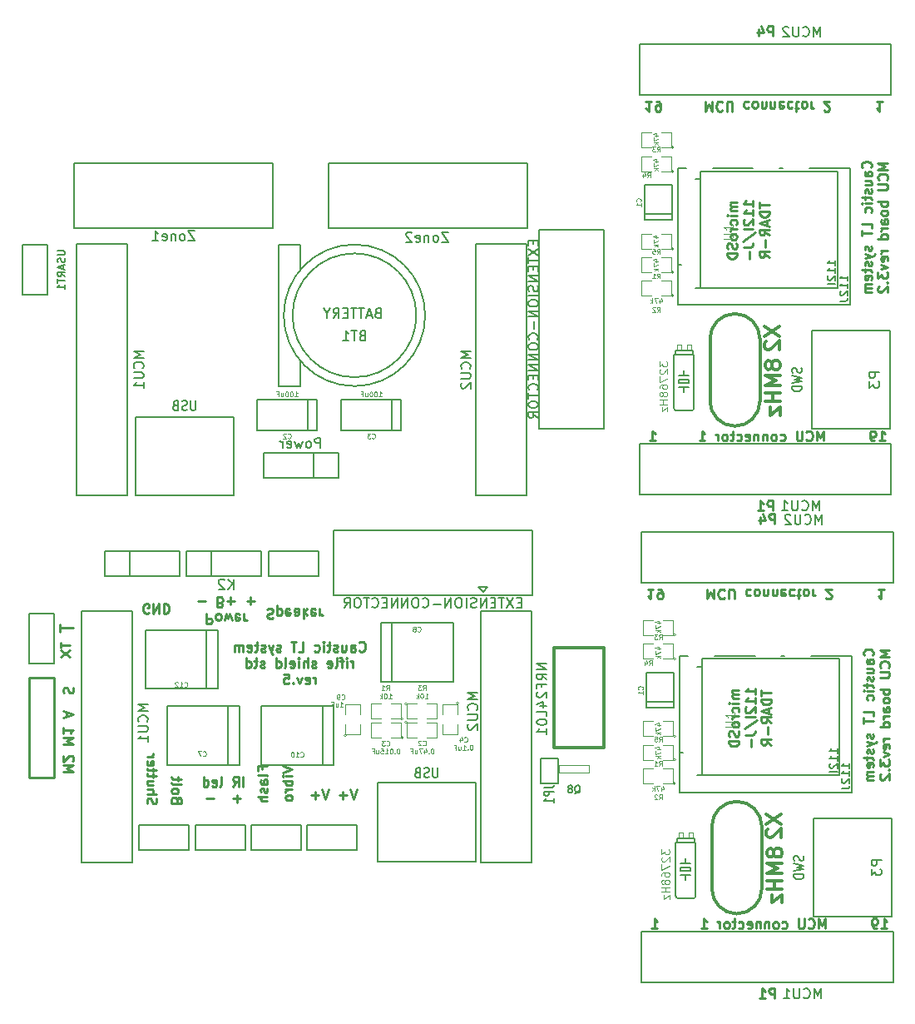
<source format=gbo>
G04 (created by PCBNEW (2013-may-18)-stable) date Сб 30 апр 2016 21:14:55*
%MOIN*%
G04 Gerber Fmt 3.4, Leading zero omitted, Abs format*
%FSLAX34Y34*%
G01*
G70*
G90*
G04 APERTURE LIST*
%ADD10C,0.00590551*%
%ADD11C,0.00984252*%
%ADD12C,0.00787402*%
%ADD13C,0.0039*%
%ADD14C,0.0125*%
%ADD15C,0.0026*%
%ADD16C,0.006*%
%ADD17C,0.005*%
%ADD18C,0.01*%
%ADD19C,0.012*%
%ADD20C,0.0047*%
%ADD21C,0.0043*%
%ADD22C,0.008*%
%ADD23C,0.00393701*%
%ADD24C,0.0035*%
%ADD25C,0.0051*%
G04 APERTURE END LIST*
G54D10*
G54D11*
X84052Y-65505D02*
X83790Y-65505D01*
X83827Y-65505D02*
X83809Y-65523D01*
X83790Y-65561D01*
X83790Y-65617D01*
X83809Y-65655D01*
X83846Y-65673D01*
X84052Y-65673D01*
X83846Y-65673D02*
X83809Y-65692D01*
X83790Y-65730D01*
X83790Y-65786D01*
X83809Y-65823D01*
X83846Y-65842D01*
X84052Y-65842D01*
X84052Y-66030D02*
X83790Y-66030D01*
X83659Y-66030D02*
X83677Y-66011D01*
X83696Y-66030D01*
X83677Y-66048D01*
X83659Y-66030D01*
X83696Y-66030D01*
X84034Y-66386D02*
X84052Y-66348D01*
X84052Y-66273D01*
X84034Y-66236D01*
X84015Y-66217D01*
X83977Y-66198D01*
X83865Y-66198D01*
X83827Y-66217D01*
X83809Y-66236D01*
X83790Y-66273D01*
X83790Y-66348D01*
X83809Y-66386D01*
X84052Y-66555D02*
X83790Y-66555D01*
X83865Y-66555D02*
X83827Y-66573D01*
X83809Y-66592D01*
X83790Y-66630D01*
X83790Y-66667D01*
X84052Y-66855D02*
X84034Y-66817D01*
X84015Y-66798D01*
X83977Y-66780D01*
X83865Y-66780D01*
X83827Y-66798D01*
X83809Y-66817D01*
X83790Y-66855D01*
X83790Y-66911D01*
X83809Y-66948D01*
X83827Y-66967D01*
X83865Y-66986D01*
X83977Y-66986D01*
X84015Y-66967D01*
X84034Y-66948D01*
X84052Y-66911D01*
X84052Y-66855D01*
X84034Y-67136D02*
X84052Y-67192D01*
X84052Y-67286D01*
X84034Y-67323D01*
X84015Y-67342D01*
X83977Y-67361D01*
X83940Y-67361D01*
X83902Y-67342D01*
X83884Y-67323D01*
X83865Y-67286D01*
X83846Y-67211D01*
X83827Y-67173D01*
X83809Y-67154D01*
X83771Y-67136D01*
X83734Y-67136D01*
X83696Y-67154D01*
X83677Y-67173D01*
X83659Y-67211D01*
X83659Y-67304D01*
X83677Y-67361D01*
X84052Y-67529D02*
X83659Y-67529D01*
X83659Y-67623D01*
X83677Y-67679D01*
X83715Y-67717D01*
X83752Y-67736D01*
X83827Y-67754D01*
X83884Y-67754D01*
X83959Y-67736D01*
X83996Y-67717D01*
X84034Y-67679D01*
X84052Y-67623D01*
X84052Y-67529D01*
X84702Y-65664D02*
X84702Y-65439D01*
X84702Y-65552D02*
X84308Y-65552D01*
X84365Y-65514D01*
X84402Y-65477D01*
X84421Y-65439D01*
X84702Y-66039D02*
X84702Y-65814D01*
X84702Y-65927D02*
X84308Y-65927D01*
X84365Y-65889D01*
X84402Y-65852D01*
X84421Y-65814D01*
X84346Y-66189D02*
X84327Y-66208D01*
X84308Y-66245D01*
X84308Y-66339D01*
X84327Y-66376D01*
X84346Y-66395D01*
X84383Y-66414D01*
X84421Y-66414D01*
X84477Y-66395D01*
X84702Y-66170D01*
X84702Y-66414D01*
X84702Y-66583D02*
X84308Y-66583D01*
X84290Y-67051D02*
X84796Y-66714D01*
X84308Y-67295D02*
X84589Y-67295D01*
X84646Y-67276D01*
X84683Y-67239D01*
X84702Y-67183D01*
X84702Y-67145D01*
X84552Y-67483D02*
X84552Y-67783D01*
X84958Y-65505D02*
X84958Y-65730D01*
X85352Y-65617D02*
X84958Y-65617D01*
X85352Y-65861D02*
X84958Y-65861D01*
X84958Y-65955D01*
X84977Y-66011D01*
X85014Y-66048D01*
X85052Y-66067D01*
X85127Y-66086D01*
X85183Y-66086D01*
X85258Y-66067D01*
X85295Y-66048D01*
X85333Y-66011D01*
X85352Y-65955D01*
X85352Y-65861D01*
X85239Y-66236D02*
X85239Y-66423D01*
X85352Y-66198D02*
X84958Y-66330D01*
X85352Y-66461D01*
X85352Y-66817D02*
X85164Y-66686D01*
X85352Y-66592D02*
X84958Y-66592D01*
X84958Y-66742D01*
X84977Y-66780D01*
X84995Y-66798D01*
X85033Y-66817D01*
X85089Y-66817D01*
X85127Y-66798D01*
X85145Y-66780D01*
X85164Y-66742D01*
X85164Y-66592D01*
X85202Y-66986D02*
X85202Y-67286D01*
X85352Y-67698D02*
X85164Y-67567D01*
X85352Y-67473D02*
X84958Y-67473D01*
X84958Y-67623D01*
X84977Y-67661D01*
X84995Y-67679D01*
X85033Y-67698D01*
X85089Y-67698D01*
X85127Y-67679D01*
X85145Y-67661D01*
X85164Y-67623D01*
X85164Y-67473D01*
X82796Y-61461D02*
X82796Y-61855D01*
X82927Y-61573D01*
X83059Y-61855D01*
X83059Y-61461D01*
X83471Y-61498D02*
X83452Y-61480D01*
X83396Y-61461D01*
X83359Y-61461D01*
X83302Y-61480D01*
X83265Y-61517D01*
X83246Y-61555D01*
X83227Y-61630D01*
X83227Y-61686D01*
X83246Y-61761D01*
X83265Y-61798D01*
X83302Y-61836D01*
X83359Y-61855D01*
X83396Y-61855D01*
X83452Y-61836D01*
X83471Y-61817D01*
X83640Y-61855D02*
X83640Y-61536D01*
X83659Y-61498D01*
X83677Y-61480D01*
X83715Y-61461D01*
X83790Y-61461D01*
X83827Y-61480D01*
X83846Y-61498D01*
X83865Y-61536D01*
X83865Y-61855D01*
X84521Y-61480D02*
X84484Y-61461D01*
X84409Y-61461D01*
X84371Y-61480D01*
X84352Y-61498D01*
X84334Y-61536D01*
X84334Y-61648D01*
X84352Y-61686D01*
X84371Y-61705D01*
X84409Y-61723D01*
X84484Y-61723D01*
X84521Y-61705D01*
X84746Y-61461D02*
X84709Y-61480D01*
X84690Y-61498D01*
X84671Y-61536D01*
X84671Y-61648D01*
X84690Y-61686D01*
X84709Y-61705D01*
X84746Y-61723D01*
X84802Y-61723D01*
X84840Y-61705D01*
X84859Y-61686D01*
X84877Y-61648D01*
X84877Y-61536D01*
X84859Y-61498D01*
X84840Y-61480D01*
X84802Y-61461D01*
X84746Y-61461D01*
X85046Y-61723D02*
X85046Y-61461D01*
X85046Y-61686D02*
X85065Y-61705D01*
X85102Y-61723D01*
X85158Y-61723D01*
X85196Y-61705D01*
X85215Y-61667D01*
X85215Y-61461D01*
X85402Y-61723D02*
X85402Y-61461D01*
X85402Y-61686D02*
X85421Y-61705D01*
X85458Y-61723D01*
X85515Y-61723D01*
X85552Y-61705D01*
X85571Y-61667D01*
X85571Y-61461D01*
X85908Y-61480D02*
X85871Y-61461D01*
X85796Y-61461D01*
X85758Y-61480D01*
X85740Y-61517D01*
X85740Y-61667D01*
X85758Y-61705D01*
X85796Y-61723D01*
X85871Y-61723D01*
X85908Y-61705D01*
X85927Y-61667D01*
X85927Y-61630D01*
X85740Y-61592D01*
X86265Y-61480D02*
X86227Y-61461D01*
X86152Y-61461D01*
X86115Y-61480D01*
X86096Y-61498D01*
X86077Y-61536D01*
X86077Y-61648D01*
X86096Y-61686D01*
X86115Y-61705D01*
X86152Y-61723D01*
X86227Y-61723D01*
X86265Y-61705D01*
X86377Y-61723D02*
X86527Y-61723D01*
X86433Y-61855D02*
X86433Y-61517D01*
X86452Y-61480D01*
X86490Y-61461D01*
X86527Y-61461D01*
X86715Y-61461D02*
X86677Y-61480D01*
X86658Y-61498D01*
X86640Y-61536D01*
X86640Y-61648D01*
X86658Y-61686D01*
X86677Y-61705D01*
X86715Y-61723D01*
X86771Y-61723D01*
X86808Y-61705D01*
X86827Y-61686D01*
X86846Y-61648D01*
X86846Y-61536D01*
X86827Y-61498D01*
X86808Y-61480D01*
X86771Y-61461D01*
X86715Y-61461D01*
X87014Y-61461D02*
X87014Y-61723D01*
X87014Y-61648D02*
X87033Y-61686D01*
X87052Y-61705D01*
X87089Y-61723D01*
X87127Y-61723D01*
X87539Y-61817D02*
X87558Y-61836D01*
X87596Y-61855D01*
X87689Y-61855D01*
X87727Y-61836D01*
X87746Y-61817D01*
X87764Y-61780D01*
X87764Y-61742D01*
X87746Y-61686D01*
X87521Y-61461D01*
X87764Y-61461D01*
X87509Y-75047D02*
X87509Y-74654D01*
X87378Y-74935D01*
X87247Y-74654D01*
X87247Y-75047D01*
X86835Y-75010D02*
X86853Y-75028D01*
X86910Y-75047D01*
X86947Y-75047D01*
X87003Y-75028D01*
X87041Y-74991D01*
X87059Y-74954D01*
X87078Y-74879D01*
X87078Y-74822D01*
X87059Y-74747D01*
X87041Y-74710D01*
X87003Y-74672D01*
X86947Y-74654D01*
X86910Y-74654D01*
X86853Y-74672D01*
X86835Y-74691D01*
X86666Y-74654D02*
X86666Y-74972D01*
X86647Y-75010D01*
X86628Y-75028D01*
X86591Y-75047D01*
X86516Y-75047D01*
X86478Y-75028D01*
X86460Y-75010D01*
X86441Y-74972D01*
X86441Y-74654D01*
X85785Y-75028D02*
X85822Y-75047D01*
X85897Y-75047D01*
X85935Y-75028D01*
X85953Y-75010D01*
X85972Y-74972D01*
X85972Y-74860D01*
X85953Y-74822D01*
X85935Y-74804D01*
X85897Y-74785D01*
X85822Y-74785D01*
X85785Y-74804D01*
X85560Y-75047D02*
X85597Y-75028D01*
X85616Y-75010D01*
X85635Y-74972D01*
X85635Y-74860D01*
X85616Y-74822D01*
X85597Y-74804D01*
X85560Y-74785D01*
X85503Y-74785D01*
X85466Y-74804D01*
X85447Y-74822D01*
X85428Y-74860D01*
X85428Y-74972D01*
X85447Y-75010D01*
X85466Y-75028D01*
X85503Y-75047D01*
X85560Y-75047D01*
X85260Y-74785D02*
X85260Y-75047D01*
X85260Y-74822D02*
X85241Y-74804D01*
X85203Y-74785D01*
X85147Y-74785D01*
X85110Y-74804D01*
X85091Y-74841D01*
X85091Y-75047D01*
X84904Y-74785D02*
X84904Y-75047D01*
X84904Y-74822D02*
X84885Y-74804D01*
X84847Y-74785D01*
X84791Y-74785D01*
X84754Y-74804D01*
X84735Y-74841D01*
X84735Y-75047D01*
X84397Y-75028D02*
X84435Y-75047D01*
X84510Y-75047D01*
X84547Y-75028D01*
X84566Y-74991D01*
X84566Y-74841D01*
X84547Y-74804D01*
X84510Y-74785D01*
X84435Y-74785D01*
X84397Y-74804D01*
X84379Y-74841D01*
X84379Y-74879D01*
X84566Y-74916D01*
X84041Y-75028D02*
X84079Y-75047D01*
X84154Y-75047D01*
X84191Y-75028D01*
X84210Y-75010D01*
X84229Y-74972D01*
X84229Y-74860D01*
X84210Y-74822D01*
X84191Y-74804D01*
X84154Y-74785D01*
X84079Y-74785D01*
X84041Y-74804D01*
X83929Y-74785D02*
X83779Y-74785D01*
X83872Y-74654D02*
X83872Y-74991D01*
X83854Y-75028D01*
X83816Y-75047D01*
X83779Y-75047D01*
X83591Y-75047D02*
X83629Y-75028D01*
X83647Y-75010D01*
X83666Y-74972D01*
X83666Y-74860D01*
X83647Y-74822D01*
X83629Y-74804D01*
X83591Y-74785D01*
X83535Y-74785D01*
X83497Y-74804D01*
X83479Y-74822D01*
X83460Y-74860D01*
X83460Y-74972D01*
X83479Y-75010D01*
X83497Y-75028D01*
X83535Y-75047D01*
X83591Y-75047D01*
X83291Y-75047D02*
X83291Y-74785D01*
X83291Y-74860D02*
X83272Y-74822D01*
X83254Y-74804D01*
X83216Y-74785D01*
X83179Y-74785D01*
X82541Y-75047D02*
X82766Y-75047D01*
X82654Y-75047D02*
X82654Y-74654D01*
X82691Y-74710D01*
X82729Y-74747D01*
X82766Y-74766D01*
X80629Y-61461D02*
X80404Y-61461D01*
X80517Y-61461D02*
X80517Y-61855D01*
X80479Y-61798D01*
X80442Y-61761D01*
X80404Y-61742D01*
X80817Y-61461D02*
X80892Y-61461D01*
X80929Y-61480D01*
X80948Y-61498D01*
X80985Y-61555D01*
X81004Y-61630D01*
X81004Y-61780D01*
X80985Y-61817D01*
X80966Y-61836D01*
X80929Y-61855D01*
X80854Y-61855D01*
X80817Y-61836D01*
X80798Y-61817D01*
X80779Y-61780D01*
X80779Y-61686D01*
X80798Y-61648D01*
X80817Y-61630D01*
X80854Y-61611D01*
X80929Y-61611D01*
X80966Y-61630D01*
X80985Y-61648D01*
X81004Y-61686D01*
X89872Y-61461D02*
X89647Y-61461D01*
X89759Y-61461D02*
X89759Y-61855D01*
X89722Y-61798D01*
X89684Y-61761D01*
X89647Y-61742D01*
X89755Y-75047D02*
X89980Y-75047D01*
X89868Y-75047D02*
X89868Y-74654D01*
X89905Y-74710D01*
X89943Y-74747D01*
X89980Y-74766D01*
X89568Y-75047D02*
X89493Y-75047D01*
X89455Y-75028D01*
X89437Y-75010D01*
X89399Y-74954D01*
X89380Y-74879D01*
X89380Y-74729D01*
X89399Y-74691D01*
X89418Y-74672D01*
X89455Y-74654D01*
X89530Y-74654D01*
X89568Y-74672D01*
X89587Y-74691D01*
X89605Y-74729D01*
X89605Y-74822D01*
X89587Y-74860D01*
X89568Y-74879D01*
X89530Y-74897D01*
X89455Y-74897D01*
X89418Y-74879D01*
X89399Y-74860D01*
X89380Y-74822D01*
X80552Y-75047D02*
X80777Y-75047D01*
X80665Y-75047D02*
X80665Y-74654D01*
X80702Y-74710D01*
X80740Y-74747D01*
X80777Y-74766D01*
X89409Y-64112D02*
X89427Y-64093D01*
X89446Y-64037D01*
X89446Y-63999D01*
X89427Y-63943D01*
X89390Y-63906D01*
X89352Y-63887D01*
X89277Y-63868D01*
X89221Y-63868D01*
X89146Y-63887D01*
X89109Y-63906D01*
X89071Y-63943D01*
X89052Y-63999D01*
X89052Y-64037D01*
X89071Y-64093D01*
X89090Y-64112D01*
X89446Y-64449D02*
X89240Y-64449D01*
X89202Y-64430D01*
X89184Y-64393D01*
X89184Y-64318D01*
X89202Y-64280D01*
X89427Y-64449D02*
X89446Y-64412D01*
X89446Y-64318D01*
X89427Y-64280D01*
X89390Y-64262D01*
X89352Y-64262D01*
X89315Y-64280D01*
X89296Y-64318D01*
X89296Y-64412D01*
X89277Y-64449D01*
X89184Y-64805D02*
X89446Y-64805D01*
X89184Y-64637D02*
X89390Y-64637D01*
X89427Y-64655D01*
X89446Y-64693D01*
X89446Y-64749D01*
X89427Y-64787D01*
X89409Y-64805D01*
X89427Y-64974D02*
X89446Y-65012D01*
X89446Y-65087D01*
X89427Y-65124D01*
X89390Y-65143D01*
X89371Y-65143D01*
X89334Y-65124D01*
X89315Y-65087D01*
X89315Y-65030D01*
X89296Y-64993D01*
X89259Y-64974D01*
X89240Y-64974D01*
X89202Y-64993D01*
X89184Y-65030D01*
X89184Y-65087D01*
X89202Y-65124D01*
X89184Y-65255D02*
X89184Y-65405D01*
X89052Y-65312D02*
X89390Y-65312D01*
X89427Y-65330D01*
X89446Y-65368D01*
X89446Y-65405D01*
X89446Y-65537D02*
X89184Y-65537D01*
X89052Y-65537D02*
X89071Y-65518D01*
X89090Y-65537D01*
X89071Y-65555D01*
X89052Y-65537D01*
X89090Y-65537D01*
X89427Y-65893D02*
X89446Y-65855D01*
X89446Y-65780D01*
X89427Y-65743D01*
X89409Y-65724D01*
X89371Y-65705D01*
X89259Y-65705D01*
X89221Y-65724D01*
X89202Y-65743D01*
X89184Y-65780D01*
X89184Y-65855D01*
X89202Y-65893D01*
X89446Y-66549D02*
X89446Y-66361D01*
X89052Y-66361D01*
X89052Y-66624D02*
X89052Y-66849D01*
X89446Y-66736D02*
X89052Y-66736D01*
X89427Y-67261D02*
X89446Y-67299D01*
X89446Y-67374D01*
X89427Y-67411D01*
X89390Y-67430D01*
X89371Y-67430D01*
X89334Y-67411D01*
X89315Y-67374D01*
X89315Y-67318D01*
X89296Y-67280D01*
X89259Y-67261D01*
X89240Y-67261D01*
X89202Y-67280D01*
X89184Y-67318D01*
X89184Y-67374D01*
X89202Y-67411D01*
X89184Y-67561D02*
X89446Y-67655D01*
X89184Y-67749D02*
X89446Y-67655D01*
X89540Y-67618D01*
X89559Y-67599D01*
X89577Y-67561D01*
X89427Y-67880D02*
X89446Y-67918D01*
X89446Y-67992D01*
X89427Y-68030D01*
X89390Y-68049D01*
X89371Y-68049D01*
X89334Y-68030D01*
X89315Y-67992D01*
X89315Y-67936D01*
X89296Y-67899D01*
X89259Y-67880D01*
X89240Y-67880D01*
X89202Y-67899D01*
X89184Y-67936D01*
X89184Y-67992D01*
X89202Y-68030D01*
X89184Y-68161D02*
X89184Y-68311D01*
X89052Y-68217D02*
X89390Y-68217D01*
X89427Y-68236D01*
X89446Y-68274D01*
X89446Y-68311D01*
X89427Y-68592D02*
X89446Y-68555D01*
X89446Y-68480D01*
X89427Y-68442D01*
X89390Y-68424D01*
X89240Y-68424D01*
X89202Y-68442D01*
X89184Y-68480D01*
X89184Y-68555D01*
X89202Y-68592D01*
X89240Y-68611D01*
X89277Y-68611D01*
X89315Y-68424D01*
X89446Y-68780D02*
X89184Y-68780D01*
X89221Y-68780D02*
X89202Y-68799D01*
X89184Y-68836D01*
X89184Y-68892D01*
X89202Y-68930D01*
X89240Y-68949D01*
X89446Y-68949D01*
X89240Y-68949D02*
X89202Y-68967D01*
X89184Y-69005D01*
X89184Y-69061D01*
X89202Y-69099D01*
X89240Y-69117D01*
X89446Y-69117D01*
X90096Y-63924D02*
X89702Y-63924D01*
X89983Y-64055D01*
X89702Y-64187D01*
X90096Y-64187D01*
X90058Y-64599D02*
X90077Y-64580D01*
X90096Y-64524D01*
X90096Y-64487D01*
X90077Y-64430D01*
X90039Y-64393D01*
X90002Y-64374D01*
X89927Y-64355D01*
X89871Y-64355D01*
X89796Y-64374D01*
X89758Y-64393D01*
X89721Y-64430D01*
X89702Y-64487D01*
X89702Y-64524D01*
X89721Y-64580D01*
X89739Y-64599D01*
X89702Y-64768D02*
X90021Y-64768D01*
X90058Y-64787D01*
X90077Y-64805D01*
X90096Y-64843D01*
X90096Y-64918D01*
X90077Y-64955D01*
X90058Y-64974D01*
X90021Y-64993D01*
X89702Y-64993D01*
X90096Y-65480D02*
X89702Y-65480D01*
X89852Y-65480D02*
X89833Y-65518D01*
X89833Y-65593D01*
X89852Y-65630D01*
X89871Y-65649D01*
X89908Y-65668D01*
X90021Y-65668D01*
X90058Y-65649D01*
X90077Y-65630D01*
X90096Y-65593D01*
X90096Y-65518D01*
X90077Y-65480D01*
X90096Y-65893D02*
X90077Y-65855D01*
X90058Y-65837D01*
X90021Y-65818D01*
X89908Y-65818D01*
X89871Y-65837D01*
X89852Y-65855D01*
X89833Y-65893D01*
X89833Y-65949D01*
X89852Y-65986D01*
X89871Y-66005D01*
X89908Y-66024D01*
X90021Y-66024D01*
X90058Y-66005D01*
X90077Y-65986D01*
X90096Y-65949D01*
X90096Y-65893D01*
X90096Y-66361D02*
X89889Y-66361D01*
X89852Y-66343D01*
X89833Y-66305D01*
X89833Y-66230D01*
X89852Y-66193D01*
X90077Y-66361D02*
X90096Y-66324D01*
X90096Y-66230D01*
X90077Y-66193D01*
X90039Y-66174D01*
X90002Y-66174D01*
X89964Y-66193D01*
X89946Y-66230D01*
X89946Y-66324D01*
X89927Y-66361D01*
X90096Y-66549D02*
X89833Y-66549D01*
X89908Y-66549D02*
X89871Y-66568D01*
X89852Y-66586D01*
X89833Y-66624D01*
X89833Y-66661D01*
X90096Y-66961D02*
X89702Y-66961D01*
X90077Y-66961D02*
X90096Y-66924D01*
X90096Y-66849D01*
X90077Y-66811D01*
X90058Y-66793D01*
X90021Y-66774D01*
X89908Y-66774D01*
X89871Y-66793D01*
X89852Y-66811D01*
X89833Y-66849D01*
X89833Y-66924D01*
X89852Y-66961D01*
X90096Y-67449D02*
X89833Y-67449D01*
X89908Y-67449D02*
X89871Y-67468D01*
X89852Y-67486D01*
X89833Y-67524D01*
X89833Y-67561D01*
X90077Y-67843D02*
X90096Y-67805D01*
X90096Y-67730D01*
X90077Y-67693D01*
X90039Y-67674D01*
X89889Y-67674D01*
X89852Y-67693D01*
X89833Y-67730D01*
X89833Y-67805D01*
X89852Y-67843D01*
X89889Y-67861D01*
X89927Y-67861D01*
X89964Y-67674D01*
X89833Y-67992D02*
X90096Y-68086D01*
X89833Y-68180D01*
X89702Y-68292D02*
X89702Y-68536D01*
X89852Y-68405D01*
X89852Y-68461D01*
X89871Y-68499D01*
X89889Y-68517D01*
X89927Y-68536D01*
X90021Y-68536D01*
X90058Y-68517D01*
X90077Y-68499D01*
X90096Y-68461D01*
X90096Y-68349D01*
X90077Y-68311D01*
X90058Y-68292D01*
X90058Y-68705D02*
X90077Y-68724D01*
X90096Y-68705D01*
X90077Y-68686D01*
X90058Y-68705D01*
X90096Y-68705D01*
X89739Y-68874D02*
X89721Y-68892D01*
X89702Y-68930D01*
X89702Y-69024D01*
X89721Y-69061D01*
X89739Y-69080D01*
X89777Y-69099D01*
X89814Y-69099D01*
X89871Y-69080D01*
X90096Y-68855D01*
X90096Y-69099D01*
X83977Y-45980D02*
X83715Y-45980D01*
X83752Y-45980D02*
X83734Y-45998D01*
X83715Y-46036D01*
X83715Y-46092D01*
X83734Y-46130D01*
X83771Y-46148D01*
X83977Y-46148D01*
X83771Y-46148D02*
X83734Y-46167D01*
X83715Y-46205D01*
X83715Y-46261D01*
X83734Y-46298D01*
X83771Y-46317D01*
X83977Y-46317D01*
X83977Y-46505D02*
X83715Y-46505D01*
X83584Y-46505D02*
X83602Y-46486D01*
X83621Y-46505D01*
X83602Y-46523D01*
X83584Y-46505D01*
X83621Y-46505D01*
X83959Y-46861D02*
X83977Y-46823D01*
X83977Y-46748D01*
X83959Y-46711D01*
X83940Y-46692D01*
X83902Y-46673D01*
X83790Y-46673D01*
X83752Y-46692D01*
X83734Y-46711D01*
X83715Y-46748D01*
X83715Y-46823D01*
X83734Y-46861D01*
X83977Y-47030D02*
X83715Y-47030D01*
X83790Y-47030D02*
X83752Y-47048D01*
X83734Y-47067D01*
X83715Y-47105D01*
X83715Y-47142D01*
X83977Y-47330D02*
X83959Y-47292D01*
X83940Y-47273D01*
X83902Y-47255D01*
X83790Y-47255D01*
X83752Y-47273D01*
X83734Y-47292D01*
X83715Y-47330D01*
X83715Y-47386D01*
X83734Y-47423D01*
X83752Y-47442D01*
X83790Y-47461D01*
X83902Y-47461D01*
X83940Y-47442D01*
X83959Y-47423D01*
X83977Y-47386D01*
X83977Y-47330D01*
X83959Y-47611D02*
X83977Y-47667D01*
X83977Y-47761D01*
X83959Y-47798D01*
X83940Y-47817D01*
X83902Y-47836D01*
X83865Y-47836D01*
X83827Y-47817D01*
X83809Y-47798D01*
X83790Y-47761D01*
X83771Y-47686D01*
X83752Y-47648D01*
X83734Y-47629D01*
X83696Y-47611D01*
X83659Y-47611D01*
X83621Y-47629D01*
X83602Y-47648D01*
X83584Y-47686D01*
X83584Y-47779D01*
X83602Y-47836D01*
X83977Y-48004D02*
X83584Y-48004D01*
X83584Y-48098D01*
X83602Y-48154D01*
X83640Y-48192D01*
X83677Y-48211D01*
X83752Y-48229D01*
X83809Y-48229D01*
X83884Y-48211D01*
X83921Y-48192D01*
X83959Y-48154D01*
X83977Y-48098D01*
X83977Y-48004D01*
X84627Y-46139D02*
X84627Y-45914D01*
X84627Y-46027D02*
X84233Y-46027D01*
X84290Y-45989D01*
X84327Y-45952D01*
X84346Y-45914D01*
X84627Y-46514D02*
X84627Y-46289D01*
X84627Y-46402D02*
X84233Y-46402D01*
X84290Y-46364D01*
X84327Y-46327D01*
X84346Y-46289D01*
X84271Y-46664D02*
X84252Y-46683D01*
X84233Y-46720D01*
X84233Y-46814D01*
X84252Y-46851D01*
X84271Y-46870D01*
X84308Y-46889D01*
X84346Y-46889D01*
X84402Y-46870D01*
X84627Y-46645D01*
X84627Y-46889D01*
X84627Y-47058D02*
X84233Y-47058D01*
X84215Y-47526D02*
X84721Y-47189D01*
X84233Y-47770D02*
X84514Y-47770D01*
X84571Y-47751D01*
X84608Y-47714D01*
X84627Y-47658D01*
X84627Y-47620D01*
X84477Y-47958D02*
X84477Y-48258D01*
X84883Y-45980D02*
X84883Y-46205D01*
X85277Y-46092D02*
X84883Y-46092D01*
X85277Y-46336D02*
X84883Y-46336D01*
X84883Y-46430D01*
X84902Y-46486D01*
X84939Y-46523D01*
X84977Y-46542D01*
X85052Y-46561D01*
X85108Y-46561D01*
X85183Y-46542D01*
X85220Y-46523D01*
X85258Y-46486D01*
X85277Y-46430D01*
X85277Y-46336D01*
X85164Y-46711D02*
X85164Y-46898D01*
X85277Y-46673D02*
X84883Y-46805D01*
X85277Y-46936D01*
X85277Y-47292D02*
X85089Y-47161D01*
X85277Y-47067D02*
X84883Y-47067D01*
X84883Y-47217D01*
X84902Y-47255D01*
X84920Y-47273D01*
X84958Y-47292D01*
X85014Y-47292D01*
X85052Y-47273D01*
X85070Y-47255D01*
X85089Y-47217D01*
X85089Y-47067D01*
X85127Y-47461D02*
X85127Y-47761D01*
X85277Y-48173D02*
X85089Y-48042D01*
X85277Y-47948D02*
X84883Y-47948D01*
X84883Y-48098D01*
X84902Y-48136D01*
X84920Y-48154D01*
X84958Y-48173D01*
X85014Y-48173D01*
X85052Y-48154D01*
X85070Y-48136D01*
X85089Y-48098D01*
X85089Y-47948D01*
X82721Y-41936D02*
X82721Y-42330D01*
X82852Y-42048D01*
X82984Y-42330D01*
X82984Y-41936D01*
X83396Y-41973D02*
X83377Y-41955D01*
X83321Y-41936D01*
X83284Y-41936D01*
X83227Y-41955D01*
X83190Y-41992D01*
X83171Y-42030D01*
X83152Y-42105D01*
X83152Y-42161D01*
X83171Y-42236D01*
X83190Y-42273D01*
X83227Y-42311D01*
X83284Y-42330D01*
X83321Y-42330D01*
X83377Y-42311D01*
X83396Y-42292D01*
X83565Y-42330D02*
X83565Y-42011D01*
X83584Y-41973D01*
X83602Y-41955D01*
X83640Y-41936D01*
X83715Y-41936D01*
X83752Y-41955D01*
X83771Y-41973D01*
X83790Y-42011D01*
X83790Y-42330D01*
X84446Y-41955D02*
X84409Y-41936D01*
X84334Y-41936D01*
X84296Y-41955D01*
X84277Y-41973D01*
X84259Y-42011D01*
X84259Y-42123D01*
X84277Y-42161D01*
X84296Y-42180D01*
X84334Y-42198D01*
X84409Y-42198D01*
X84446Y-42180D01*
X84671Y-41936D02*
X84634Y-41955D01*
X84615Y-41973D01*
X84596Y-42011D01*
X84596Y-42123D01*
X84615Y-42161D01*
X84634Y-42180D01*
X84671Y-42198D01*
X84727Y-42198D01*
X84765Y-42180D01*
X84784Y-42161D01*
X84802Y-42123D01*
X84802Y-42011D01*
X84784Y-41973D01*
X84765Y-41955D01*
X84727Y-41936D01*
X84671Y-41936D01*
X84971Y-42198D02*
X84971Y-41936D01*
X84971Y-42161D02*
X84990Y-42180D01*
X85027Y-42198D01*
X85083Y-42198D01*
X85121Y-42180D01*
X85140Y-42142D01*
X85140Y-41936D01*
X85327Y-42198D02*
X85327Y-41936D01*
X85327Y-42161D02*
X85346Y-42180D01*
X85383Y-42198D01*
X85440Y-42198D01*
X85477Y-42180D01*
X85496Y-42142D01*
X85496Y-41936D01*
X85833Y-41955D02*
X85796Y-41936D01*
X85721Y-41936D01*
X85683Y-41955D01*
X85665Y-41992D01*
X85665Y-42142D01*
X85683Y-42180D01*
X85721Y-42198D01*
X85796Y-42198D01*
X85833Y-42180D01*
X85852Y-42142D01*
X85852Y-42105D01*
X85665Y-42067D01*
X86190Y-41955D02*
X86152Y-41936D01*
X86077Y-41936D01*
X86040Y-41955D01*
X86021Y-41973D01*
X86002Y-42011D01*
X86002Y-42123D01*
X86021Y-42161D01*
X86040Y-42180D01*
X86077Y-42198D01*
X86152Y-42198D01*
X86190Y-42180D01*
X86302Y-42198D02*
X86452Y-42198D01*
X86358Y-42330D02*
X86358Y-41992D01*
X86377Y-41955D01*
X86415Y-41936D01*
X86452Y-41936D01*
X86640Y-41936D02*
X86602Y-41955D01*
X86583Y-41973D01*
X86565Y-42011D01*
X86565Y-42123D01*
X86583Y-42161D01*
X86602Y-42180D01*
X86640Y-42198D01*
X86696Y-42198D01*
X86733Y-42180D01*
X86752Y-42161D01*
X86771Y-42123D01*
X86771Y-42011D01*
X86752Y-41973D01*
X86733Y-41955D01*
X86696Y-41936D01*
X86640Y-41936D01*
X86939Y-41936D02*
X86939Y-42198D01*
X86939Y-42123D02*
X86958Y-42161D01*
X86977Y-42180D01*
X87014Y-42198D01*
X87052Y-42198D01*
X87464Y-42292D02*
X87483Y-42311D01*
X87521Y-42330D01*
X87614Y-42330D01*
X87652Y-42311D01*
X87671Y-42292D01*
X87689Y-42255D01*
X87689Y-42217D01*
X87671Y-42161D01*
X87446Y-41936D01*
X87689Y-41936D01*
X87434Y-55522D02*
X87434Y-55129D01*
X87303Y-55410D01*
X87172Y-55129D01*
X87172Y-55522D01*
X86760Y-55485D02*
X86778Y-55503D01*
X86835Y-55522D01*
X86872Y-55522D01*
X86928Y-55503D01*
X86966Y-55466D01*
X86984Y-55429D01*
X87003Y-55354D01*
X87003Y-55297D01*
X86984Y-55222D01*
X86966Y-55185D01*
X86928Y-55147D01*
X86872Y-55129D01*
X86835Y-55129D01*
X86778Y-55147D01*
X86760Y-55166D01*
X86591Y-55129D02*
X86591Y-55447D01*
X86572Y-55485D01*
X86553Y-55503D01*
X86516Y-55522D01*
X86441Y-55522D01*
X86403Y-55503D01*
X86385Y-55485D01*
X86366Y-55447D01*
X86366Y-55129D01*
X85710Y-55503D02*
X85747Y-55522D01*
X85822Y-55522D01*
X85860Y-55503D01*
X85878Y-55485D01*
X85897Y-55447D01*
X85897Y-55335D01*
X85878Y-55297D01*
X85860Y-55279D01*
X85822Y-55260D01*
X85747Y-55260D01*
X85710Y-55279D01*
X85485Y-55522D02*
X85522Y-55503D01*
X85541Y-55485D01*
X85560Y-55447D01*
X85560Y-55335D01*
X85541Y-55297D01*
X85522Y-55279D01*
X85485Y-55260D01*
X85428Y-55260D01*
X85391Y-55279D01*
X85372Y-55297D01*
X85353Y-55335D01*
X85353Y-55447D01*
X85372Y-55485D01*
X85391Y-55503D01*
X85428Y-55522D01*
X85485Y-55522D01*
X85185Y-55260D02*
X85185Y-55522D01*
X85185Y-55297D02*
X85166Y-55279D01*
X85128Y-55260D01*
X85072Y-55260D01*
X85035Y-55279D01*
X85016Y-55316D01*
X85016Y-55522D01*
X84829Y-55260D02*
X84829Y-55522D01*
X84829Y-55297D02*
X84810Y-55279D01*
X84772Y-55260D01*
X84716Y-55260D01*
X84679Y-55279D01*
X84660Y-55316D01*
X84660Y-55522D01*
X84322Y-55503D02*
X84360Y-55522D01*
X84435Y-55522D01*
X84472Y-55503D01*
X84491Y-55466D01*
X84491Y-55316D01*
X84472Y-55279D01*
X84435Y-55260D01*
X84360Y-55260D01*
X84322Y-55279D01*
X84304Y-55316D01*
X84304Y-55354D01*
X84491Y-55391D01*
X83966Y-55503D02*
X84004Y-55522D01*
X84079Y-55522D01*
X84116Y-55503D01*
X84135Y-55485D01*
X84154Y-55447D01*
X84154Y-55335D01*
X84135Y-55297D01*
X84116Y-55279D01*
X84079Y-55260D01*
X84004Y-55260D01*
X83966Y-55279D01*
X83854Y-55260D02*
X83704Y-55260D01*
X83797Y-55129D02*
X83797Y-55466D01*
X83779Y-55503D01*
X83741Y-55522D01*
X83704Y-55522D01*
X83516Y-55522D02*
X83554Y-55503D01*
X83572Y-55485D01*
X83591Y-55447D01*
X83591Y-55335D01*
X83572Y-55297D01*
X83554Y-55279D01*
X83516Y-55260D01*
X83460Y-55260D01*
X83422Y-55279D01*
X83404Y-55297D01*
X83385Y-55335D01*
X83385Y-55447D01*
X83404Y-55485D01*
X83422Y-55503D01*
X83460Y-55522D01*
X83516Y-55522D01*
X83216Y-55522D02*
X83216Y-55260D01*
X83216Y-55335D02*
X83197Y-55297D01*
X83179Y-55279D01*
X83141Y-55260D01*
X83104Y-55260D01*
X82466Y-55522D02*
X82691Y-55522D01*
X82579Y-55522D02*
X82579Y-55129D01*
X82616Y-55185D01*
X82654Y-55222D01*
X82691Y-55241D01*
X80554Y-41936D02*
X80329Y-41936D01*
X80442Y-41936D02*
X80442Y-42330D01*
X80404Y-42273D01*
X80367Y-42236D01*
X80329Y-42217D01*
X80742Y-41936D02*
X80817Y-41936D01*
X80854Y-41955D01*
X80873Y-41973D01*
X80910Y-42030D01*
X80929Y-42105D01*
X80929Y-42255D01*
X80910Y-42292D01*
X80891Y-42311D01*
X80854Y-42330D01*
X80779Y-42330D01*
X80742Y-42311D01*
X80723Y-42292D01*
X80704Y-42255D01*
X80704Y-42161D01*
X80723Y-42123D01*
X80742Y-42105D01*
X80779Y-42086D01*
X80854Y-42086D01*
X80891Y-42105D01*
X80910Y-42123D01*
X80929Y-42161D01*
X89797Y-41936D02*
X89572Y-41936D01*
X89684Y-41936D02*
X89684Y-42330D01*
X89647Y-42273D01*
X89609Y-42236D01*
X89572Y-42217D01*
X89680Y-55522D02*
X89905Y-55522D01*
X89793Y-55522D02*
X89793Y-55129D01*
X89830Y-55185D01*
X89868Y-55222D01*
X89905Y-55241D01*
X89493Y-55522D02*
X89418Y-55522D01*
X89380Y-55503D01*
X89362Y-55485D01*
X89324Y-55429D01*
X89305Y-55354D01*
X89305Y-55204D01*
X89324Y-55166D01*
X89343Y-55147D01*
X89380Y-55129D01*
X89455Y-55129D01*
X89493Y-55147D01*
X89512Y-55166D01*
X89530Y-55204D01*
X89530Y-55297D01*
X89512Y-55335D01*
X89493Y-55354D01*
X89455Y-55372D01*
X89380Y-55372D01*
X89343Y-55354D01*
X89324Y-55335D01*
X89305Y-55297D01*
X80477Y-55522D02*
X80702Y-55522D01*
X80590Y-55522D02*
X80590Y-55129D01*
X80627Y-55185D01*
X80665Y-55222D01*
X80702Y-55241D01*
X89334Y-44587D02*
X89352Y-44568D01*
X89371Y-44512D01*
X89371Y-44474D01*
X89352Y-44418D01*
X89315Y-44381D01*
X89277Y-44362D01*
X89202Y-44343D01*
X89146Y-44343D01*
X89071Y-44362D01*
X89034Y-44381D01*
X88996Y-44418D01*
X88977Y-44474D01*
X88977Y-44512D01*
X88996Y-44568D01*
X89015Y-44587D01*
X89371Y-44924D02*
X89165Y-44924D01*
X89127Y-44905D01*
X89109Y-44868D01*
X89109Y-44793D01*
X89127Y-44755D01*
X89352Y-44924D02*
X89371Y-44887D01*
X89371Y-44793D01*
X89352Y-44755D01*
X89315Y-44737D01*
X89277Y-44737D01*
X89240Y-44755D01*
X89221Y-44793D01*
X89221Y-44887D01*
X89202Y-44924D01*
X89109Y-45280D02*
X89371Y-45280D01*
X89109Y-45112D02*
X89315Y-45112D01*
X89352Y-45130D01*
X89371Y-45168D01*
X89371Y-45224D01*
X89352Y-45262D01*
X89334Y-45280D01*
X89352Y-45449D02*
X89371Y-45487D01*
X89371Y-45562D01*
X89352Y-45599D01*
X89315Y-45618D01*
X89296Y-45618D01*
X89259Y-45599D01*
X89240Y-45562D01*
X89240Y-45505D01*
X89221Y-45468D01*
X89184Y-45449D01*
X89165Y-45449D01*
X89127Y-45468D01*
X89109Y-45505D01*
X89109Y-45562D01*
X89127Y-45599D01*
X89109Y-45730D02*
X89109Y-45880D01*
X88977Y-45787D02*
X89315Y-45787D01*
X89352Y-45805D01*
X89371Y-45843D01*
X89371Y-45880D01*
X89371Y-46012D02*
X89109Y-46012D01*
X88977Y-46012D02*
X88996Y-45993D01*
X89015Y-46012D01*
X88996Y-46030D01*
X88977Y-46012D01*
X89015Y-46012D01*
X89352Y-46368D02*
X89371Y-46330D01*
X89371Y-46255D01*
X89352Y-46218D01*
X89334Y-46199D01*
X89296Y-46180D01*
X89184Y-46180D01*
X89146Y-46199D01*
X89127Y-46218D01*
X89109Y-46255D01*
X89109Y-46330D01*
X89127Y-46368D01*
X89371Y-47024D02*
X89371Y-46836D01*
X88977Y-46836D01*
X88977Y-47099D02*
X88977Y-47324D01*
X89371Y-47211D02*
X88977Y-47211D01*
X89352Y-47736D02*
X89371Y-47774D01*
X89371Y-47849D01*
X89352Y-47886D01*
X89315Y-47905D01*
X89296Y-47905D01*
X89259Y-47886D01*
X89240Y-47849D01*
X89240Y-47793D01*
X89221Y-47755D01*
X89184Y-47736D01*
X89165Y-47736D01*
X89127Y-47755D01*
X89109Y-47793D01*
X89109Y-47849D01*
X89127Y-47886D01*
X89109Y-48036D02*
X89371Y-48130D01*
X89109Y-48224D02*
X89371Y-48130D01*
X89465Y-48093D01*
X89484Y-48074D01*
X89502Y-48036D01*
X89352Y-48355D02*
X89371Y-48393D01*
X89371Y-48467D01*
X89352Y-48505D01*
X89315Y-48524D01*
X89296Y-48524D01*
X89259Y-48505D01*
X89240Y-48467D01*
X89240Y-48411D01*
X89221Y-48374D01*
X89184Y-48355D01*
X89165Y-48355D01*
X89127Y-48374D01*
X89109Y-48411D01*
X89109Y-48467D01*
X89127Y-48505D01*
X89109Y-48636D02*
X89109Y-48786D01*
X88977Y-48692D02*
X89315Y-48692D01*
X89352Y-48711D01*
X89371Y-48749D01*
X89371Y-48786D01*
X89352Y-49067D02*
X89371Y-49030D01*
X89371Y-48955D01*
X89352Y-48917D01*
X89315Y-48899D01*
X89165Y-48899D01*
X89127Y-48917D01*
X89109Y-48955D01*
X89109Y-49030D01*
X89127Y-49067D01*
X89165Y-49086D01*
X89202Y-49086D01*
X89240Y-48899D01*
X89371Y-49255D02*
X89109Y-49255D01*
X89146Y-49255D02*
X89127Y-49274D01*
X89109Y-49311D01*
X89109Y-49367D01*
X89127Y-49405D01*
X89165Y-49424D01*
X89371Y-49424D01*
X89165Y-49424D02*
X89127Y-49442D01*
X89109Y-49480D01*
X89109Y-49536D01*
X89127Y-49574D01*
X89165Y-49592D01*
X89371Y-49592D01*
X90021Y-44399D02*
X89627Y-44399D01*
X89908Y-44530D01*
X89627Y-44662D01*
X90021Y-44662D01*
X89983Y-45074D02*
X90002Y-45055D01*
X90021Y-44999D01*
X90021Y-44962D01*
X90002Y-44905D01*
X89964Y-44868D01*
X89927Y-44849D01*
X89852Y-44830D01*
X89796Y-44830D01*
X89721Y-44849D01*
X89683Y-44868D01*
X89646Y-44905D01*
X89627Y-44962D01*
X89627Y-44999D01*
X89646Y-45055D01*
X89664Y-45074D01*
X89627Y-45243D02*
X89946Y-45243D01*
X89983Y-45262D01*
X90002Y-45280D01*
X90021Y-45318D01*
X90021Y-45393D01*
X90002Y-45430D01*
X89983Y-45449D01*
X89946Y-45468D01*
X89627Y-45468D01*
X90021Y-45955D02*
X89627Y-45955D01*
X89777Y-45955D02*
X89758Y-45993D01*
X89758Y-46068D01*
X89777Y-46105D01*
X89796Y-46124D01*
X89833Y-46143D01*
X89946Y-46143D01*
X89983Y-46124D01*
X90002Y-46105D01*
X90021Y-46068D01*
X90021Y-45993D01*
X90002Y-45955D01*
X90021Y-46368D02*
X90002Y-46330D01*
X89983Y-46312D01*
X89946Y-46293D01*
X89833Y-46293D01*
X89796Y-46312D01*
X89777Y-46330D01*
X89758Y-46368D01*
X89758Y-46424D01*
X89777Y-46461D01*
X89796Y-46480D01*
X89833Y-46499D01*
X89946Y-46499D01*
X89983Y-46480D01*
X90002Y-46461D01*
X90021Y-46424D01*
X90021Y-46368D01*
X90021Y-46836D02*
X89814Y-46836D01*
X89777Y-46818D01*
X89758Y-46780D01*
X89758Y-46705D01*
X89777Y-46668D01*
X90002Y-46836D02*
X90021Y-46799D01*
X90021Y-46705D01*
X90002Y-46668D01*
X89964Y-46649D01*
X89927Y-46649D01*
X89889Y-46668D01*
X89871Y-46705D01*
X89871Y-46799D01*
X89852Y-46836D01*
X90021Y-47024D02*
X89758Y-47024D01*
X89833Y-47024D02*
X89796Y-47043D01*
X89777Y-47061D01*
X89758Y-47099D01*
X89758Y-47136D01*
X90021Y-47436D02*
X89627Y-47436D01*
X90002Y-47436D02*
X90021Y-47399D01*
X90021Y-47324D01*
X90002Y-47286D01*
X89983Y-47268D01*
X89946Y-47249D01*
X89833Y-47249D01*
X89796Y-47268D01*
X89777Y-47286D01*
X89758Y-47324D01*
X89758Y-47399D01*
X89777Y-47436D01*
X90021Y-47924D02*
X89758Y-47924D01*
X89833Y-47924D02*
X89796Y-47943D01*
X89777Y-47961D01*
X89758Y-47999D01*
X89758Y-48036D01*
X90002Y-48318D02*
X90021Y-48280D01*
X90021Y-48205D01*
X90002Y-48168D01*
X89964Y-48149D01*
X89814Y-48149D01*
X89777Y-48168D01*
X89758Y-48205D01*
X89758Y-48280D01*
X89777Y-48318D01*
X89814Y-48336D01*
X89852Y-48336D01*
X89889Y-48149D01*
X89758Y-48467D02*
X90021Y-48561D01*
X89758Y-48655D01*
X89627Y-48767D02*
X89627Y-49011D01*
X89777Y-48880D01*
X89777Y-48936D01*
X89796Y-48974D01*
X89814Y-48992D01*
X89852Y-49011D01*
X89946Y-49011D01*
X89983Y-48992D01*
X90002Y-48974D01*
X90021Y-48936D01*
X90021Y-48824D01*
X90002Y-48786D01*
X89983Y-48767D01*
X89983Y-49180D02*
X90002Y-49199D01*
X90021Y-49180D01*
X90002Y-49161D01*
X89983Y-49180D01*
X90021Y-49180D01*
X89664Y-49349D02*
X89646Y-49367D01*
X89627Y-49405D01*
X89627Y-49499D01*
X89646Y-49536D01*
X89664Y-49555D01*
X89702Y-49574D01*
X89739Y-49574D01*
X89796Y-49555D01*
X90021Y-49330D01*
X90021Y-49574D01*
G54D12*
X73800Y-61570D02*
X73800Y-61580D01*
X73615Y-61385D02*
X73800Y-61570D01*
X73625Y-61385D02*
X73615Y-61385D01*
X73985Y-61385D02*
X73625Y-61385D01*
X73800Y-61570D02*
X73985Y-61385D01*
G54D11*
X68737Y-69465D02*
X68606Y-69859D01*
X68474Y-69465D01*
X68343Y-69709D02*
X68043Y-69709D01*
X68193Y-69859D02*
X68193Y-69559D01*
X67612Y-69465D02*
X67481Y-69859D01*
X67350Y-69465D01*
X67218Y-69709D02*
X66918Y-69709D01*
X67068Y-69859D02*
X67068Y-69559D01*
X68840Y-63921D02*
X68859Y-63940D01*
X68915Y-63959D01*
X68952Y-63959D01*
X69009Y-63940D01*
X69046Y-63903D01*
X69065Y-63865D01*
X69084Y-63790D01*
X69084Y-63734D01*
X69065Y-63659D01*
X69046Y-63621D01*
X69009Y-63584D01*
X68952Y-63565D01*
X68915Y-63565D01*
X68859Y-63584D01*
X68840Y-63603D01*
X68502Y-63959D02*
X68502Y-63753D01*
X68521Y-63715D01*
X68559Y-63696D01*
X68634Y-63696D01*
X68671Y-63715D01*
X68502Y-63940D02*
X68540Y-63959D01*
X68634Y-63959D01*
X68671Y-63940D01*
X68690Y-63903D01*
X68690Y-63865D01*
X68671Y-63828D01*
X68634Y-63809D01*
X68540Y-63809D01*
X68502Y-63790D01*
X68146Y-63696D02*
X68146Y-63959D01*
X68315Y-63696D02*
X68315Y-63903D01*
X68296Y-63940D01*
X68259Y-63959D01*
X68202Y-63959D01*
X68165Y-63940D01*
X68146Y-63921D01*
X67977Y-63940D02*
X67940Y-63959D01*
X67865Y-63959D01*
X67827Y-63940D01*
X67809Y-63903D01*
X67809Y-63884D01*
X67827Y-63846D01*
X67865Y-63828D01*
X67921Y-63828D01*
X67959Y-63809D01*
X67977Y-63771D01*
X67977Y-63753D01*
X67959Y-63715D01*
X67921Y-63696D01*
X67865Y-63696D01*
X67827Y-63715D01*
X67696Y-63696D02*
X67546Y-63696D01*
X67640Y-63565D02*
X67640Y-63903D01*
X67621Y-63940D01*
X67584Y-63959D01*
X67546Y-63959D01*
X67415Y-63959D02*
X67415Y-63696D01*
X67415Y-63565D02*
X67434Y-63584D01*
X67415Y-63603D01*
X67396Y-63584D01*
X67415Y-63565D01*
X67415Y-63603D01*
X67059Y-63940D02*
X67096Y-63959D01*
X67171Y-63959D01*
X67209Y-63940D01*
X67228Y-63921D01*
X67246Y-63884D01*
X67246Y-63771D01*
X67228Y-63734D01*
X67209Y-63715D01*
X67171Y-63696D01*
X67096Y-63696D01*
X67059Y-63715D01*
X66403Y-63959D02*
X66590Y-63959D01*
X66590Y-63565D01*
X66328Y-63565D02*
X66103Y-63565D01*
X66215Y-63959D02*
X66215Y-63565D01*
X65690Y-63940D02*
X65653Y-63959D01*
X65578Y-63959D01*
X65540Y-63940D01*
X65521Y-63903D01*
X65521Y-63884D01*
X65540Y-63846D01*
X65578Y-63828D01*
X65634Y-63828D01*
X65671Y-63809D01*
X65690Y-63771D01*
X65690Y-63753D01*
X65671Y-63715D01*
X65634Y-63696D01*
X65578Y-63696D01*
X65540Y-63715D01*
X65390Y-63696D02*
X65297Y-63959D01*
X65203Y-63696D02*
X65297Y-63959D01*
X65334Y-64053D01*
X65353Y-64071D01*
X65390Y-64090D01*
X65072Y-63940D02*
X65034Y-63959D01*
X64959Y-63959D01*
X64922Y-63940D01*
X64903Y-63903D01*
X64903Y-63884D01*
X64922Y-63846D01*
X64959Y-63828D01*
X65015Y-63828D01*
X65053Y-63809D01*
X65072Y-63771D01*
X65072Y-63753D01*
X65053Y-63715D01*
X65015Y-63696D01*
X64959Y-63696D01*
X64922Y-63715D01*
X64790Y-63696D02*
X64640Y-63696D01*
X64734Y-63565D02*
X64734Y-63903D01*
X64715Y-63940D01*
X64678Y-63959D01*
X64640Y-63959D01*
X64359Y-63940D02*
X64397Y-63959D01*
X64472Y-63959D01*
X64509Y-63940D01*
X64528Y-63903D01*
X64528Y-63753D01*
X64509Y-63715D01*
X64472Y-63696D01*
X64397Y-63696D01*
X64359Y-63715D01*
X64340Y-63753D01*
X64340Y-63790D01*
X64528Y-63828D01*
X64172Y-63959D02*
X64172Y-63696D01*
X64172Y-63734D02*
X64153Y-63715D01*
X64115Y-63696D01*
X64059Y-63696D01*
X64022Y-63715D01*
X64003Y-63753D01*
X64003Y-63959D01*
X64003Y-63753D02*
X63984Y-63715D01*
X63947Y-63696D01*
X63890Y-63696D01*
X63853Y-63715D01*
X63834Y-63753D01*
X63834Y-63959D01*
X68587Y-64608D02*
X68587Y-64346D01*
X68587Y-64421D02*
X68568Y-64383D01*
X68549Y-64365D01*
X68512Y-64346D01*
X68474Y-64346D01*
X68343Y-64608D02*
X68343Y-64346D01*
X68343Y-64215D02*
X68362Y-64234D01*
X68343Y-64252D01*
X68324Y-64234D01*
X68343Y-64215D01*
X68343Y-64252D01*
X68212Y-64346D02*
X68062Y-64346D01*
X68156Y-64608D02*
X68156Y-64271D01*
X68137Y-64234D01*
X68099Y-64215D01*
X68062Y-64215D01*
X67874Y-64608D02*
X67912Y-64590D01*
X67931Y-64552D01*
X67931Y-64215D01*
X67574Y-64590D02*
X67612Y-64608D01*
X67687Y-64608D01*
X67724Y-64590D01*
X67743Y-64552D01*
X67743Y-64402D01*
X67724Y-64365D01*
X67687Y-64346D01*
X67612Y-64346D01*
X67574Y-64365D01*
X67556Y-64402D01*
X67556Y-64440D01*
X67743Y-64477D01*
X67106Y-64590D02*
X67068Y-64608D01*
X66993Y-64608D01*
X66956Y-64590D01*
X66937Y-64552D01*
X66937Y-64533D01*
X66956Y-64496D01*
X66993Y-64477D01*
X67049Y-64477D01*
X67087Y-64458D01*
X67106Y-64421D01*
X67106Y-64402D01*
X67087Y-64365D01*
X67049Y-64346D01*
X66993Y-64346D01*
X66956Y-64365D01*
X66768Y-64608D02*
X66768Y-64215D01*
X66599Y-64608D02*
X66599Y-64402D01*
X66618Y-64365D01*
X66656Y-64346D01*
X66712Y-64346D01*
X66749Y-64365D01*
X66768Y-64383D01*
X66412Y-64608D02*
X66412Y-64346D01*
X66412Y-64215D02*
X66431Y-64234D01*
X66412Y-64252D01*
X66393Y-64234D01*
X66412Y-64215D01*
X66412Y-64252D01*
X66075Y-64590D02*
X66112Y-64608D01*
X66187Y-64608D01*
X66225Y-64590D01*
X66243Y-64552D01*
X66243Y-64402D01*
X66225Y-64365D01*
X66187Y-64346D01*
X66112Y-64346D01*
X66075Y-64365D01*
X66056Y-64402D01*
X66056Y-64440D01*
X66243Y-64477D01*
X65831Y-64608D02*
X65868Y-64590D01*
X65887Y-64552D01*
X65887Y-64215D01*
X65512Y-64608D02*
X65512Y-64215D01*
X65512Y-64590D02*
X65550Y-64608D01*
X65625Y-64608D01*
X65662Y-64590D01*
X65681Y-64571D01*
X65700Y-64533D01*
X65700Y-64421D01*
X65681Y-64383D01*
X65662Y-64365D01*
X65625Y-64346D01*
X65550Y-64346D01*
X65512Y-64365D01*
X65043Y-64590D02*
X65006Y-64608D01*
X64931Y-64608D01*
X64893Y-64590D01*
X64875Y-64552D01*
X64875Y-64533D01*
X64893Y-64496D01*
X64931Y-64477D01*
X64987Y-64477D01*
X65025Y-64458D01*
X65043Y-64421D01*
X65043Y-64402D01*
X65025Y-64365D01*
X64987Y-64346D01*
X64931Y-64346D01*
X64893Y-64365D01*
X64762Y-64346D02*
X64612Y-64346D01*
X64706Y-64215D02*
X64706Y-64552D01*
X64687Y-64590D01*
X64650Y-64608D01*
X64612Y-64608D01*
X64312Y-64608D02*
X64312Y-64215D01*
X64312Y-64590D02*
X64350Y-64608D01*
X64425Y-64608D01*
X64462Y-64590D01*
X64481Y-64571D01*
X64500Y-64533D01*
X64500Y-64421D01*
X64481Y-64383D01*
X64462Y-64365D01*
X64425Y-64346D01*
X64350Y-64346D01*
X64312Y-64365D01*
X67078Y-65258D02*
X67078Y-64996D01*
X67078Y-65071D02*
X67059Y-65033D01*
X67040Y-65014D01*
X67003Y-64996D01*
X66965Y-64996D01*
X66684Y-65239D02*
X66721Y-65258D01*
X66796Y-65258D01*
X66834Y-65239D01*
X66853Y-65202D01*
X66853Y-65052D01*
X66834Y-65014D01*
X66796Y-64996D01*
X66721Y-64996D01*
X66684Y-65014D01*
X66665Y-65052D01*
X66665Y-65089D01*
X66853Y-65127D01*
X66534Y-64996D02*
X66440Y-65258D01*
X66346Y-64996D01*
X66196Y-65221D02*
X66178Y-65239D01*
X66196Y-65258D01*
X66215Y-65239D01*
X66196Y-65221D01*
X66196Y-65258D01*
X65821Y-64864D02*
X66009Y-64864D01*
X66028Y-65052D01*
X66009Y-65033D01*
X65971Y-65014D01*
X65878Y-65014D01*
X65840Y-65033D01*
X65821Y-65052D01*
X65803Y-65089D01*
X65803Y-65183D01*
X65821Y-65221D01*
X65840Y-65239D01*
X65878Y-65258D01*
X65971Y-65258D01*
X66009Y-65239D01*
X66028Y-65221D01*
X60400Y-62415D02*
X60362Y-62434D01*
X60306Y-62434D01*
X60250Y-62415D01*
X60212Y-62378D01*
X60193Y-62340D01*
X60175Y-62265D01*
X60175Y-62209D01*
X60193Y-62134D01*
X60212Y-62096D01*
X60250Y-62059D01*
X60306Y-62040D01*
X60343Y-62040D01*
X60400Y-62059D01*
X60418Y-62078D01*
X60418Y-62209D01*
X60343Y-62209D01*
X60587Y-62040D02*
X60587Y-62434D01*
X60812Y-62040D01*
X60812Y-62434D01*
X60999Y-62040D02*
X60999Y-62434D01*
X61093Y-62434D01*
X61149Y-62415D01*
X61187Y-62378D01*
X61206Y-62340D01*
X61224Y-62265D01*
X61224Y-62209D01*
X61206Y-62134D01*
X61187Y-62096D01*
X61149Y-62059D01*
X61093Y-62040D01*
X60999Y-62040D01*
X56846Y-63162D02*
X56846Y-62862D01*
X56846Y-63012D02*
X57371Y-63012D01*
X56865Y-63593D02*
X56865Y-63818D01*
X57259Y-63706D02*
X56865Y-63706D01*
X56865Y-63912D02*
X57259Y-64174D01*
X56865Y-64174D02*
X57259Y-63912D01*
X56990Y-68787D02*
X57384Y-68787D01*
X57103Y-68656D01*
X57384Y-68524D01*
X56990Y-68524D01*
X57346Y-68356D02*
X57365Y-68337D01*
X57384Y-68299D01*
X57384Y-68206D01*
X57365Y-68168D01*
X57346Y-68149D01*
X57309Y-68131D01*
X57271Y-68131D01*
X57215Y-68149D01*
X56990Y-68374D01*
X56990Y-68131D01*
X56990Y-67662D02*
X57384Y-67662D01*
X57103Y-67531D01*
X57384Y-67399D01*
X56990Y-67399D01*
X56990Y-67006D02*
X56990Y-67231D01*
X56990Y-67118D02*
X57384Y-67118D01*
X57328Y-67156D01*
X57290Y-67193D01*
X57271Y-67231D01*
X57103Y-66556D02*
X57103Y-66368D01*
X56990Y-66593D02*
X57384Y-66462D01*
X56990Y-66331D01*
X57009Y-65618D02*
X56990Y-65562D01*
X56990Y-65468D01*
X57009Y-65431D01*
X57028Y-65412D01*
X57065Y-65393D01*
X57103Y-65393D01*
X57140Y-65412D01*
X57159Y-65431D01*
X57178Y-65468D01*
X57196Y-65543D01*
X57215Y-65581D01*
X57234Y-65600D01*
X57271Y-65618D01*
X57309Y-65618D01*
X57346Y-65600D01*
X57365Y-65581D01*
X57384Y-65543D01*
X57384Y-65450D01*
X57365Y-65393D01*
X62721Y-62440D02*
X62721Y-62834D01*
X62871Y-62834D01*
X62909Y-62815D01*
X62928Y-62796D01*
X62946Y-62759D01*
X62946Y-62703D01*
X62928Y-62665D01*
X62909Y-62646D01*
X62871Y-62628D01*
X62721Y-62628D01*
X63171Y-62440D02*
X63134Y-62459D01*
X63115Y-62478D01*
X63096Y-62515D01*
X63096Y-62628D01*
X63115Y-62665D01*
X63134Y-62684D01*
X63171Y-62703D01*
X63228Y-62703D01*
X63265Y-62684D01*
X63284Y-62665D01*
X63303Y-62628D01*
X63303Y-62515D01*
X63284Y-62478D01*
X63265Y-62459D01*
X63228Y-62440D01*
X63171Y-62440D01*
X63434Y-62703D02*
X63509Y-62440D01*
X63584Y-62628D01*
X63659Y-62440D01*
X63734Y-62703D01*
X64034Y-62459D02*
X63996Y-62440D01*
X63921Y-62440D01*
X63884Y-62459D01*
X63865Y-62496D01*
X63865Y-62646D01*
X63884Y-62684D01*
X63921Y-62703D01*
X63996Y-62703D01*
X64034Y-62684D01*
X64053Y-62646D01*
X64053Y-62609D01*
X63865Y-62571D01*
X64221Y-62440D02*
X64221Y-62703D01*
X64221Y-62628D02*
X64240Y-62665D01*
X64259Y-62684D01*
X64296Y-62703D01*
X64334Y-62703D01*
X62365Y-61941D02*
X62665Y-61941D01*
X63284Y-61997D02*
X63340Y-61978D01*
X63359Y-61959D01*
X63378Y-61922D01*
X63378Y-61866D01*
X63359Y-61828D01*
X63340Y-61809D01*
X63303Y-61791D01*
X63153Y-61791D01*
X63153Y-62184D01*
X63284Y-62184D01*
X63321Y-62165D01*
X63340Y-62147D01*
X63359Y-62109D01*
X63359Y-62072D01*
X63340Y-62034D01*
X63321Y-62016D01*
X63284Y-61997D01*
X63153Y-61997D01*
X63546Y-61941D02*
X63846Y-61941D01*
X63696Y-61791D02*
X63696Y-62091D01*
X64334Y-61941D02*
X64634Y-61941D01*
X64484Y-61791D02*
X64484Y-62091D01*
X65162Y-62259D02*
X65218Y-62240D01*
X65312Y-62240D01*
X65350Y-62259D01*
X65368Y-62278D01*
X65387Y-62315D01*
X65387Y-62353D01*
X65368Y-62390D01*
X65350Y-62409D01*
X65312Y-62428D01*
X65237Y-62446D01*
X65200Y-62465D01*
X65181Y-62484D01*
X65162Y-62521D01*
X65162Y-62559D01*
X65181Y-62596D01*
X65200Y-62615D01*
X65237Y-62634D01*
X65331Y-62634D01*
X65387Y-62615D01*
X65556Y-62503D02*
X65556Y-62109D01*
X65556Y-62484D02*
X65593Y-62503D01*
X65668Y-62503D01*
X65706Y-62484D01*
X65725Y-62465D01*
X65743Y-62428D01*
X65743Y-62315D01*
X65725Y-62278D01*
X65706Y-62259D01*
X65668Y-62240D01*
X65593Y-62240D01*
X65556Y-62259D01*
X66062Y-62259D02*
X66025Y-62240D01*
X65950Y-62240D01*
X65912Y-62259D01*
X65893Y-62296D01*
X65893Y-62446D01*
X65912Y-62484D01*
X65950Y-62503D01*
X66025Y-62503D01*
X66062Y-62484D01*
X66081Y-62446D01*
X66081Y-62409D01*
X65893Y-62371D01*
X66418Y-62240D02*
X66418Y-62446D01*
X66399Y-62484D01*
X66362Y-62503D01*
X66287Y-62503D01*
X66250Y-62484D01*
X66418Y-62259D02*
X66381Y-62240D01*
X66287Y-62240D01*
X66250Y-62259D01*
X66231Y-62296D01*
X66231Y-62334D01*
X66250Y-62371D01*
X66287Y-62390D01*
X66381Y-62390D01*
X66418Y-62409D01*
X66606Y-62240D02*
X66606Y-62634D01*
X66643Y-62390D02*
X66756Y-62240D01*
X66756Y-62503D02*
X66606Y-62353D01*
X67074Y-62259D02*
X67037Y-62240D01*
X66962Y-62240D01*
X66924Y-62259D01*
X66906Y-62296D01*
X66906Y-62446D01*
X66924Y-62484D01*
X66962Y-62503D01*
X67037Y-62503D01*
X67074Y-62484D01*
X67093Y-62446D01*
X67093Y-62409D01*
X66906Y-62371D01*
X67262Y-62240D02*
X67262Y-62503D01*
X67262Y-62428D02*
X67281Y-62465D01*
X67299Y-62484D01*
X67337Y-62503D01*
X67374Y-62503D01*
X61530Y-69898D02*
X61511Y-69842D01*
X61492Y-69823D01*
X61455Y-69804D01*
X61399Y-69804D01*
X61361Y-69823D01*
X61342Y-69842D01*
X61324Y-69879D01*
X61324Y-70029D01*
X61717Y-70029D01*
X61717Y-69898D01*
X61699Y-69861D01*
X61680Y-69842D01*
X61642Y-69823D01*
X61605Y-69823D01*
X61567Y-69842D01*
X61549Y-69861D01*
X61530Y-69898D01*
X61530Y-70029D01*
X61324Y-69579D02*
X61342Y-69617D01*
X61361Y-69636D01*
X61399Y-69654D01*
X61511Y-69654D01*
X61549Y-69636D01*
X61567Y-69617D01*
X61586Y-69579D01*
X61586Y-69523D01*
X61567Y-69486D01*
X61549Y-69467D01*
X61511Y-69448D01*
X61399Y-69448D01*
X61361Y-69467D01*
X61342Y-69486D01*
X61324Y-69523D01*
X61324Y-69579D01*
X61324Y-69223D02*
X61342Y-69261D01*
X61380Y-69279D01*
X61717Y-69279D01*
X61586Y-69129D02*
X61586Y-68980D01*
X61717Y-69073D02*
X61380Y-69073D01*
X61342Y-69055D01*
X61324Y-69017D01*
X61324Y-68980D01*
X60348Y-70054D02*
X60330Y-69998D01*
X60330Y-69904D01*
X60348Y-69867D01*
X60367Y-69848D01*
X60405Y-69829D01*
X60442Y-69829D01*
X60479Y-69848D01*
X60498Y-69867D01*
X60517Y-69904D01*
X60536Y-69979D01*
X60554Y-70017D01*
X60573Y-70035D01*
X60611Y-70054D01*
X60648Y-70054D01*
X60686Y-70035D01*
X60704Y-70017D01*
X60723Y-69979D01*
X60723Y-69885D01*
X60704Y-69829D01*
X60330Y-69661D02*
X60723Y-69661D01*
X60330Y-69492D02*
X60536Y-69492D01*
X60573Y-69511D01*
X60592Y-69548D01*
X60592Y-69604D01*
X60573Y-69642D01*
X60554Y-69661D01*
X60592Y-69136D02*
X60330Y-69136D01*
X60592Y-69304D02*
X60386Y-69304D01*
X60348Y-69286D01*
X60330Y-69248D01*
X60330Y-69192D01*
X60348Y-69154D01*
X60367Y-69136D01*
X60592Y-69004D02*
X60592Y-68854D01*
X60723Y-68948D02*
X60386Y-68948D01*
X60348Y-68929D01*
X60330Y-68892D01*
X60330Y-68854D01*
X60592Y-68779D02*
X60592Y-68629D01*
X60723Y-68723D02*
X60386Y-68723D01*
X60348Y-68704D01*
X60330Y-68667D01*
X60330Y-68629D01*
X60348Y-68348D02*
X60330Y-68386D01*
X60330Y-68461D01*
X60348Y-68498D01*
X60386Y-68517D01*
X60536Y-68517D01*
X60573Y-68498D01*
X60592Y-68461D01*
X60592Y-68386D01*
X60573Y-68348D01*
X60536Y-68329D01*
X60498Y-68329D01*
X60461Y-68517D01*
X60330Y-68161D02*
X60592Y-68161D01*
X60517Y-68161D02*
X60554Y-68142D01*
X60573Y-68123D01*
X60592Y-68086D01*
X60592Y-68048D01*
X64196Y-69359D02*
X64196Y-68965D01*
X63784Y-69359D02*
X63915Y-69171D01*
X64009Y-69359D02*
X64009Y-68965D01*
X63859Y-68965D01*
X63821Y-68984D01*
X63803Y-69003D01*
X63784Y-69040D01*
X63784Y-69096D01*
X63803Y-69134D01*
X63821Y-69153D01*
X63859Y-69171D01*
X64009Y-69171D01*
X63259Y-69359D02*
X63296Y-69340D01*
X63315Y-69303D01*
X63315Y-68965D01*
X62959Y-69340D02*
X62996Y-69359D01*
X63071Y-69359D01*
X63109Y-69340D01*
X63128Y-69303D01*
X63128Y-69153D01*
X63109Y-69115D01*
X63071Y-69096D01*
X62996Y-69096D01*
X62959Y-69115D01*
X62940Y-69153D01*
X62940Y-69190D01*
X63128Y-69228D01*
X62603Y-69359D02*
X62603Y-68965D01*
X62603Y-69340D02*
X62640Y-69359D01*
X62715Y-69359D01*
X62753Y-69340D01*
X62771Y-69321D01*
X62790Y-69284D01*
X62790Y-69171D01*
X62771Y-69134D01*
X62753Y-69115D01*
X62715Y-69096D01*
X62640Y-69096D01*
X62603Y-69115D01*
X64093Y-69858D02*
X63793Y-69858D01*
X63943Y-70008D02*
X63943Y-69708D01*
X63006Y-69858D02*
X62706Y-69858D01*
X64953Y-68687D02*
X64953Y-68556D01*
X65159Y-68556D02*
X64765Y-68556D01*
X64765Y-68743D01*
X65159Y-68950D02*
X65140Y-68912D01*
X65103Y-68893D01*
X64765Y-68893D01*
X65159Y-69268D02*
X64953Y-69268D01*
X64915Y-69250D01*
X64896Y-69212D01*
X64896Y-69137D01*
X64915Y-69100D01*
X65140Y-69268D02*
X65159Y-69231D01*
X65159Y-69137D01*
X65140Y-69100D01*
X65103Y-69081D01*
X65065Y-69081D01*
X65028Y-69100D01*
X65009Y-69137D01*
X65009Y-69231D01*
X64990Y-69268D01*
X65140Y-69437D02*
X65159Y-69474D01*
X65159Y-69549D01*
X65140Y-69587D01*
X65103Y-69606D01*
X65084Y-69606D01*
X65046Y-69587D01*
X65028Y-69549D01*
X65028Y-69493D01*
X65009Y-69456D01*
X64971Y-69437D01*
X64953Y-69437D01*
X64915Y-69456D01*
X64896Y-69493D01*
X64896Y-69549D01*
X64915Y-69587D01*
X65159Y-69774D02*
X64765Y-69774D01*
X65159Y-69943D02*
X64953Y-69943D01*
X64915Y-69924D01*
X64896Y-69887D01*
X64896Y-69831D01*
X64915Y-69793D01*
X64934Y-69774D01*
X65765Y-68546D02*
X66159Y-68678D01*
X65765Y-68809D01*
X66159Y-68940D02*
X65896Y-68940D01*
X65765Y-68940D02*
X65784Y-68921D01*
X65803Y-68940D01*
X65784Y-68959D01*
X65765Y-68940D01*
X65803Y-68940D01*
X66159Y-69128D02*
X65765Y-69128D01*
X65915Y-69128D02*
X65896Y-69165D01*
X65896Y-69240D01*
X65915Y-69278D01*
X65934Y-69296D01*
X65971Y-69315D01*
X66084Y-69315D01*
X66121Y-69296D01*
X66140Y-69278D01*
X66159Y-69240D01*
X66159Y-69165D01*
X66140Y-69128D01*
X66159Y-69484D02*
X65896Y-69484D01*
X65971Y-69484D02*
X65934Y-69503D01*
X65915Y-69521D01*
X65896Y-69559D01*
X65896Y-69596D01*
X66159Y-69784D02*
X66140Y-69746D01*
X66121Y-69728D01*
X66084Y-69709D01*
X65971Y-69709D01*
X65934Y-69728D01*
X65915Y-69746D01*
X65896Y-69784D01*
X65896Y-69840D01*
X65915Y-69878D01*
X65934Y-69896D01*
X65971Y-69915D01*
X66084Y-69915D01*
X66121Y-69896D01*
X66140Y-69878D01*
X66159Y-69840D01*
X66159Y-69784D01*
G54D13*
X81522Y-67353D02*
G75*
G03X81522Y-67353I-50J0D01*
G74*
G01*
X81022Y-67353D02*
X81422Y-67353D01*
X81422Y-67353D02*
X81422Y-66753D01*
X81422Y-66753D02*
X81022Y-66753D01*
X80622Y-66753D02*
X80222Y-66753D01*
X80222Y-66753D02*
X80222Y-67353D01*
X80222Y-67353D02*
X80622Y-67353D01*
X81522Y-64255D02*
G75*
G03X81522Y-64255I-50J0D01*
G74*
G01*
X81022Y-64255D02*
X81422Y-64255D01*
X81422Y-64255D02*
X81422Y-63655D01*
X81422Y-63655D02*
X81022Y-63655D01*
X80622Y-63655D02*
X80222Y-63655D01*
X80222Y-63655D02*
X80222Y-64255D01*
X80222Y-64255D02*
X80622Y-64255D01*
X81522Y-63300D02*
G75*
G03X81522Y-63300I-50J0D01*
G74*
G01*
X81022Y-63300D02*
X81422Y-63300D01*
X81422Y-63300D02*
X81422Y-62700D01*
X81422Y-62700D02*
X81022Y-62700D01*
X80622Y-62700D02*
X80222Y-62700D01*
X80222Y-62700D02*
X80222Y-63300D01*
X80222Y-63300D02*
X80622Y-63300D01*
X81522Y-69243D02*
G75*
G03X81522Y-69243I-50J0D01*
G74*
G01*
X81022Y-69243D02*
X81422Y-69243D01*
X81422Y-69243D02*
X81422Y-68643D01*
X81422Y-68643D02*
X81022Y-68643D01*
X80622Y-68643D02*
X80222Y-68643D01*
X80222Y-68643D02*
X80222Y-69243D01*
X80222Y-69243D02*
X80622Y-69243D01*
X81522Y-68298D02*
G75*
G03X81522Y-68298I-50J0D01*
G74*
G01*
X81022Y-68298D02*
X81422Y-68298D01*
X81422Y-68298D02*
X81422Y-67698D01*
X81422Y-67698D02*
X81022Y-67698D01*
X80622Y-67698D02*
X80222Y-67698D01*
X80222Y-67698D02*
X80222Y-68298D01*
X80222Y-68298D02*
X80622Y-68298D01*
G54D10*
X87043Y-74573D02*
X87043Y-70636D01*
X87043Y-70636D02*
X90192Y-70636D01*
X90192Y-70636D02*
X90192Y-74573D01*
X87043Y-74573D02*
X90192Y-74573D01*
G54D14*
X82972Y-73461D02*
X82972Y-70961D01*
X84972Y-73461D02*
X84972Y-70961D01*
X83972Y-69961D02*
G75*
G02X84972Y-70961I0J-1000D01*
G74*
G01*
X82972Y-70961D02*
G75*
G02X83972Y-69961I1000J0D01*
G74*
G01*
X84972Y-73461D02*
G75*
G02X83972Y-74461I-1000J0D01*
G74*
G01*
X83972Y-74461D02*
G75*
G02X82972Y-73461I0J1000D01*
G74*
G01*
G54D10*
X80153Y-77211D02*
X90232Y-77211D01*
X90232Y-77211D02*
X90232Y-75163D01*
X90232Y-75163D02*
X80153Y-75163D01*
X80153Y-75163D02*
X80153Y-77211D01*
X90232Y-59163D02*
X80153Y-59163D01*
X80153Y-59163D02*
X80153Y-61211D01*
X80153Y-61211D02*
X90232Y-61211D01*
X90232Y-61211D02*
X90232Y-59163D01*
G54D15*
X82045Y-71193D02*
X82205Y-71193D01*
X82205Y-71193D02*
X82205Y-71423D01*
X82045Y-71423D02*
X82205Y-71423D01*
X82045Y-71193D02*
X82045Y-71423D01*
X81645Y-71193D02*
X81805Y-71193D01*
X81805Y-71193D02*
X81805Y-71423D01*
X81645Y-71423D02*
X81805Y-71423D01*
X81645Y-71193D02*
X81645Y-71423D01*
G54D16*
X81575Y-71443D02*
X82275Y-71443D01*
X81625Y-73843D02*
X82225Y-73843D01*
X82275Y-71443D02*
X82275Y-71593D01*
X82325Y-71593D02*
X82325Y-73743D01*
X81575Y-71443D02*
X81575Y-71593D01*
X81525Y-71593D02*
X81575Y-71593D01*
X81525Y-71593D02*
X81525Y-73743D01*
X81725Y-72743D02*
X81725Y-72593D01*
X82125Y-72593D02*
X81725Y-72593D01*
X82125Y-72593D02*
X82125Y-72743D01*
X81725Y-72743D02*
X82125Y-72743D01*
X81725Y-72893D02*
X81925Y-72893D01*
X81725Y-72443D02*
X81925Y-72443D01*
X81925Y-72443D02*
X81925Y-72243D01*
X81925Y-72443D02*
X82125Y-72443D01*
X81925Y-72893D02*
X81925Y-73093D01*
X81925Y-72893D02*
X82125Y-72893D01*
X82325Y-71593D02*
X82275Y-71593D01*
X82275Y-71593D02*
X81575Y-71593D01*
X82325Y-73743D02*
G75*
G02X82225Y-73843I-100J0D01*
G74*
G01*
X81625Y-73843D02*
G75*
G02X81525Y-73743I0J100D01*
G74*
G01*
G54D10*
X85884Y-64139D02*
X85747Y-64139D01*
X88562Y-64139D02*
X86947Y-64139D01*
X83089Y-64139D02*
X84703Y-64139D01*
X81829Y-64139D02*
X82026Y-64139D01*
X81672Y-69612D02*
X88581Y-69612D01*
X88562Y-64139D02*
X88581Y-64139D01*
X88581Y-64139D02*
X88581Y-69592D01*
X81672Y-68017D02*
X81672Y-69612D01*
X88089Y-68923D02*
X88089Y-64257D01*
X88089Y-64257D02*
X84861Y-64257D01*
X82577Y-68923D02*
X88089Y-68923D01*
X84861Y-64257D02*
X82577Y-64257D01*
X82577Y-64257D02*
X82577Y-64572D01*
X82380Y-64572D02*
X82577Y-64572D01*
X82577Y-64572D02*
X82577Y-68923D01*
X82577Y-68923D02*
X82380Y-68923D01*
X81829Y-68017D02*
X81672Y-68017D01*
X81672Y-68017D02*
X81672Y-64139D01*
X81672Y-64139D02*
X81829Y-64139D01*
G54D17*
X80355Y-65980D02*
X81455Y-65980D01*
X80355Y-66205D02*
X80355Y-64805D01*
X80355Y-64805D02*
X81455Y-64805D01*
X81455Y-64805D02*
X81455Y-66205D01*
X81455Y-66205D02*
X80355Y-66205D01*
G54D13*
X81447Y-47828D02*
G75*
G03X81447Y-47828I-50J0D01*
G74*
G01*
X80947Y-47828D02*
X81347Y-47828D01*
X81347Y-47828D02*
X81347Y-47228D01*
X81347Y-47228D02*
X80947Y-47228D01*
X80547Y-47228D02*
X80147Y-47228D01*
X80147Y-47228D02*
X80147Y-47828D01*
X80147Y-47828D02*
X80547Y-47828D01*
X81447Y-44730D02*
G75*
G03X81447Y-44730I-50J0D01*
G74*
G01*
X80947Y-44730D02*
X81347Y-44730D01*
X81347Y-44730D02*
X81347Y-44130D01*
X81347Y-44130D02*
X80947Y-44130D01*
X80547Y-44130D02*
X80147Y-44130D01*
X80147Y-44130D02*
X80147Y-44730D01*
X80147Y-44730D02*
X80547Y-44730D01*
X81447Y-43775D02*
G75*
G03X81447Y-43775I-50J0D01*
G74*
G01*
X80947Y-43775D02*
X81347Y-43775D01*
X81347Y-43775D02*
X81347Y-43175D01*
X81347Y-43175D02*
X80947Y-43175D01*
X80547Y-43175D02*
X80147Y-43175D01*
X80147Y-43175D02*
X80147Y-43775D01*
X80147Y-43775D02*
X80547Y-43775D01*
X81447Y-49718D02*
G75*
G03X81447Y-49718I-50J0D01*
G74*
G01*
X80947Y-49718D02*
X81347Y-49718D01*
X81347Y-49718D02*
X81347Y-49118D01*
X81347Y-49118D02*
X80947Y-49118D01*
X80547Y-49118D02*
X80147Y-49118D01*
X80147Y-49118D02*
X80147Y-49718D01*
X80147Y-49718D02*
X80547Y-49718D01*
X81447Y-48773D02*
G75*
G03X81447Y-48773I-50J0D01*
G74*
G01*
X80947Y-48773D02*
X81347Y-48773D01*
X81347Y-48773D02*
X81347Y-48173D01*
X81347Y-48173D02*
X80947Y-48173D01*
X80547Y-48173D02*
X80147Y-48173D01*
X80147Y-48173D02*
X80147Y-48773D01*
X80147Y-48773D02*
X80547Y-48773D01*
G54D10*
X86968Y-55048D02*
X86968Y-51111D01*
X86968Y-51111D02*
X90117Y-51111D01*
X90117Y-51111D02*
X90117Y-55048D01*
X86968Y-55048D02*
X90117Y-55048D01*
G54D14*
X82897Y-53936D02*
X82897Y-51436D01*
X84897Y-53936D02*
X84897Y-51436D01*
X83897Y-50436D02*
G75*
G02X84897Y-51436I0J-1000D01*
G74*
G01*
X82897Y-51436D02*
G75*
G02X83897Y-50436I1000J0D01*
G74*
G01*
X84897Y-53936D02*
G75*
G02X83897Y-54936I-1000J0D01*
G74*
G01*
X83897Y-54936D02*
G75*
G02X82897Y-53936I0J1000D01*
G74*
G01*
G54D10*
X80078Y-57686D02*
X90157Y-57686D01*
X90157Y-57686D02*
X90157Y-55638D01*
X90157Y-55638D02*
X80078Y-55638D01*
X80078Y-55638D02*
X80078Y-57686D01*
X90157Y-39638D02*
X80078Y-39638D01*
X80078Y-39638D02*
X80078Y-41686D01*
X80078Y-41686D02*
X90157Y-41686D01*
X90157Y-41686D02*
X90157Y-39638D01*
G54D15*
X81970Y-51668D02*
X82130Y-51668D01*
X82130Y-51668D02*
X82130Y-51898D01*
X81970Y-51898D02*
X82130Y-51898D01*
X81970Y-51668D02*
X81970Y-51898D01*
X81570Y-51668D02*
X81730Y-51668D01*
X81730Y-51668D02*
X81730Y-51898D01*
X81570Y-51898D02*
X81730Y-51898D01*
X81570Y-51668D02*
X81570Y-51898D01*
G54D16*
X81500Y-51918D02*
X82200Y-51918D01*
X81550Y-54318D02*
X82150Y-54318D01*
X82200Y-51918D02*
X82200Y-52068D01*
X82250Y-52068D02*
X82250Y-54218D01*
X81500Y-51918D02*
X81500Y-52068D01*
X81450Y-52068D02*
X81500Y-52068D01*
X81450Y-52068D02*
X81450Y-54218D01*
X81650Y-53218D02*
X81650Y-53068D01*
X82050Y-53068D02*
X81650Y-53068D01*
X82050Y-53068D02*
X82050Y-53218D01*
X81650Y-53218D02*
X82050Y-53218D01*
X81650Y-53368D02*
X81850Y-53368D01*
X81650Y-52918D02*
X81850Y-52918D01*
X81850Y-52918D02*
X81850Y-52718D01*
X81850Y-52918D02*
X82050Y-52918D01*
X81850Y-53368D02*
X81850Y-53568D01*
X81850Y-53368D02*
X82050Y-53368D01*
X82250Y-52068D02*
X82200Y-52068D01*
X82200Y-52068D02*
X81500Y-52068D01*
X82250Y-54218D02*
G75*
G02X82150Y-54318I-100J0D01*
G74*
G01*
X81550Y-54318D02*
G75*
G02X81450Y-54218I0J100D01*
G74*
G01*
G54D10*
X85809Y-44614D02*
X85672Y-44614D01*
X88487Y-44614D02*
X86872Y-44614D01*
X83014Y-44614D02*
X84628Y-44614D01*
X81754Y-44614D02*
X81951Y-44614D01*
X81597Y-50087D02*
X88506Y-50087D01*
X88487Y-44614D02*
X88506Y-44614D01*
X88506Y-44614D02*
X88506Y-50067D01*
X81597Y-48492D02*
X81597Y-50087D01*
X88014Y-49398D02*
X88014Y-44732D01*
X88014Y-44732D02*
X84786Y-44732D01*
X82502Y-49398D02*
X88014Y-49398D01*
X84786Y-44732D02*
X82502Y-44732D01*
X82502Y-44732D02*
X82502Y-45047D01*
X82305Y-45047D02*
X82502Y-45047D01*
X82502Y-45047D02*
X82502Y-49398D01*
X82502Y-49398D02*
X82305Y-49398D01*
X81754Y-48492D02*
X81597Y-48492D01*
X81597Y-48492D02*
X81597Y-44614D01*
X81597Y-44614D02*
X81754Y-44614D01*
G54D17*
X80280Y-46455D02*
X81380Y-46455D01*
X80280Y-46680D02*
X80280Y-45280D01*
X80280Y-45280D02*
X81380Y-45280D01*
X81380Y-45280D02*
X81380Y-46680D01*
X81380Y-46680D02*
X80280Y-46680D01*
G54D10*
X75561Y-57707D02*
X75561Y-47628D01*
X75561Y-47628D02*
X73513Y-47628D01*
X73513Y-47628D02*
X73513Y-57707D01*
X73513Y-57707D02*
X75561Y-57707D01*
X57513Y-47628D02*
X57513Y-57707D01*
X57513Y-57707D02*
X59561Y-57707D01*
X59561Y-57707D02*
X59561Y-47628D01*
X59561Y-47628D02*
X57513Y-47628D01*
G54D16*
X68000Y-57000D02*
X68000Y-56000D01*
X68000Y-56000D02*
X65000Y-56000D01*
X65000Y-56000D02*
X65000Y-57000D01*
X65000Y-57000D02*
X68000Y-57000D01*
X67000Y-56000D02*
X67000Y-57000D01*
X56350Y-47675D02*
X55350Y-47675D01*
X55350Y-47675D02*
X55350Y-49675D01*
X55350Y-49675D02*
X56350Y-49675D01*
X56350Y-49675D02*
X56350Y-47675D01*
G54D10*
X65618Y-50500D02*
X65618Y-47665D01*
X65618Y-47665D02*
X66484Y-47665D01*
X66484Y-47665D02*
X66484Y-48649D01*
X65618Y-50500D02*
X65618Y-53334D01*
X65618Y-53334D02*
X66130Y-53334D01*
X66130Y-53334D02*
X66484Y-53334D01*
X66484Y-53334D02*
X66484Y-52350D01*
X71484Y-50500D02*
G75*
G03X71484Y-50500I-2834J0D01*
G74*
G01*
X71130Y-50500D02*
G75*
G03X71130Y-50500I-2480J0D01*
G74*
G01*
G54D17*
X66775Y-55125D02*
X66775Y-53875D01*
X64750Y-55125D02*
X64750Y-53875D01*
X64750Y-53875D02*
X67150Y-53875D01*
X67150Y-53875D02*
X67150Y-55125D01*
X67150Y-55125D02*
X64750Y-55125D01*
X70150Y-55125D02*
X70150Y-53875D01*
X68125Y-55125D02*
X68125Y-53875D01*
X68125Y-53875D02*
X70525Y-53875D01*
X70525Y-53875D02*
X70525Y-55125D01*
X70525Y-55125D02*
X68125Y-55125D01*
G54D10*
X59881Y-54562D02*
X63818Y-54562D01*
X63818Y-54562D02*
X63818Y-57712D01*
X63818Y-57712D02*
X59881Y-57712D01*
X59881Y-54562D02*
X59881Y-57712D01*
X65376Y-44400D02*
X57423Y-44400D01*
X57423Y-44400D02*
X57423Y-46999D01*
X57423Y-46999D02*
X65376Y-46999D01*
X65376Y-46999D02*
X65376Y-44400D01*
X75576Y-44400D02*
X67623Y-44400D01*
X67623Y-44400D02*
X67623Y-46999D01*
X67623Y-46999D02*
X75576Y-46999D01*
X75576Y-46999D02*
X75576Y-44400D01*
X78649Y-55026D02*
X78649Y-47073D01*
X78649Y-47073D02*
X76050Y-47073D01*
X76050Y-47073D02*
X76050Y-55026D01*
X76050Y-55026D02*
X78649Y-55026D01*
G54D13*
X70761Y-66053D02*
G75*
G03X70761Y-66053I-50J0D01*
G74*
G01*
X71161Y-66053D02*
X70761Y-66053D01*
X70761Y-66053D02*
X70761Y-66653D01*
X70761Y-66653D02*
X71161Y-66653D01*
X71561Y-66653D02*
X71961Y-66653D01*
X71961Y-66653D02*
X71961Y-66053D01*
X71961Y-66053D02*
X71561Y-66053D01*
X70604Y-67401D02*
G75*
G03X70604Y-67401I-50J0D01*
G74*
G01*
X70104Y-67401D02*
X70504Y-67401D01*
X70504Y-67401D02*
X70504Y-66801D01*
X70504Y-66801D02*
X70104Y-66801D01*
X69704Y-66801D02*
X69304Y-66801D01*
X69304Y-66801D02*
X69304Y-67401D01*
X69304Y-67401D02*
X69704Y-67401D01*
X70604Y-66653D02*
G75*
G03X70604Y-66653I-50J0D01*
G74*
G01*
X70104Y-66653D02*
X70504Y-66653D01*
X70504Y-66653D02*
X70504Y-66053D01*
X70504Y-66053D02*
X70104Y-66053D01*
X69704Y-66053D02*
X69304Y-66053D01*
X69304Y-66053D02*
X69304Y-66653D01*
X69304Y-66653D02*
X69704Y-66653D01*
X70761Y-66801D02*
G75*
G03X70761Y-66801I-50J0D01*
G74*
G01*
X71161Y-66801D02*
X70761Y-66801D01*
X70761Y-66801D02*
X70761Y-67401D01*
X70761Y-67401D02*
X71161Y-67401D01*
X71561Y-67401D02*
X71961Y-67401D01*
X71961Y-67401D02*
X71961Y-66801D01*
X71961Y-66801D02*
X71561Y-66801D01*
X68335Y-67318D02*
G75*
G03X68335Y-67318I-50J0D01*
G74*
G01*
X68285Y-66868D02*
X68285Y-67268D01*
X68285Y-67268D02*
X68885Y-67268D01*
X68885Y-67268D02*
X68885Y-66868D01*
X68885Y-66468D02*
X68885Y-66068D01*
X68885Y-66068D02*
X68285Y-66068D01*
X68285Y-66068D02*
X68285Y-66468D01*
X72833Y-66038D02*
G75*
G03X72833Y-66038I-50J0D01*
G74*
G01*
X72783Y-66488D02*
X72783Y-66088D01*
X72783Y-66088D02*
X72183Y-66088D01*
X72183Y-66088D02*
X72183Y-66488D01*
X72183Y-66888D02*
X72183Y-67288D01*
X72183Y-67288D02*
X72783Y-67288D01*
X72783Y-67288D02*
X72783Y-66888D01*
G54D18*
X56600Y-69000D02*
X56600Y-65000D01*
X55600Y-69000D02*
X55600Y-65000D01*
X55600Y-65000D02*
X56600Y-65000D01*
X56600Y-69000D02*
X55600Y-69000D01*
G54D16*
X58650Y-59950D02*
X58650Y-60950D01*
X58650Y-60950D02*
X61650Y-60950D01*
X61650Y-60950D02*
X61650Y-59950D01*
X61650Y-59950D02*
X58650Y-59950D01*
X59650Y-60950D02*
X59650Y-59950D01*
X60020Y-70922D02*
X60020Y-71922D01*
X60020Y-71922D02*
X62020Y-71922D01*
X62020Y-71922D02*
X62020Y-70922D01*
X62020Y-70922D02*
X60020Y-70922D01*
X67200Y-60950D02*
X67200Y-59950D01*
X67200Y-59950D02*
X65200Y-59950D01*
X65200Y-59950D02*
X65200Y-60950D01*
X65200Y-60950D02*
X67200Y-60950D01*
X64509Y-70922D02*
X64509Y-71922D01*
X64509Y-71922D02*
X66509Y-71922D01*
X66509Y-71922D02*
X66509Y-70922D01*
X66509Y-70922D02*
X64509Y-70922D01*
X66753Y-70922D02*
X66753Y-71922D01*
X66753Y-71922D02*
X68753Y-71922D01*
X68753Y-71922D02*
X68753Y-70922D01*
X68753Y-70922D02*
X66753Y-70922D01*
G54D10*
X57713Y-62328D02*
X57713Y-72407D01*
X57713Y-72407D02*
X59761Y-72407D01*
X59761Y-72407D02*
X59761Y-62328D01*
X59761Y-62328D02*
X57713Y-62328D01*
X75761Y-72407D02*
X75761Y-62328D01*
X75761Y-62328D02*
X73713Y-62328D01*
X73713Y-62328D02*
X73713Y-72407D01*
X73713Y-72407D02*
X75761Y-72407D01*
G54D16*
X61925Y-59950D02*
X61925Y-60950D01*
X61925Y-60950D02*
X64925Y-60950D01*
X64925Y-60950D02*
X64925Y-59950D01*
X64925Y-59950D02*
X61925Y-59950D01*
X62925Y-60950D02*
X62925Y-59950D01*
X62270Y-70922D02*
X62270Y-71922D01*
X62270Y-71922D02*
X64270Y-71922D01*
X64270Y-71922D02*
X64270Y-70922D01*
X64270Y-70922D02*
X62270Y-70922D01*
G54D10*
X69581Y-69212D02*
X73518Y-69212D01*
X73518Y-69212D02*
X73518Y-72362D01*
X73518Y-72362D02*
X69581Y-72362D01*
X69581Y-69212D02*
X69581Y-72362D01*
G54D19*
X78650Y-67800D02*
X78650Y-63800D01*
X78650Y-63800D02*
X76650Y-63800D01*
X76650Y-63800D02*
X76650Y-67800D01*
X76650Y-67800D02*
X78650Y-67800D01*
G54D16*
X56600Y-62450D02*
X55600Y-62450D01*
X55600Y-62450D02*
X55600Y-64450D01*
X55600Y-64450D02*
X56600Y-64450D01*
X56600Y-64450D02*
X56600Y-62450D01*
G54D10*
X75776Y-59100D02*
X67823Y-59100D01*
X67823Y-59100D02*
X67823Y-61699D01*
X67823Y-61699D02*
X75776Y-61699D01*
X75776Y-61699D02*
X75776Y-59100D01*
G54D20*
X76850Y-68800D02*
X78050Y-68800D01*
X78050Y-68800D02*
X78050Y-68500D01*
X78050Y-68500D02*
X76850Y-68500D01*
X76850Y-68500D02*
X76850Y-68800D01*
G54D17*
X76800Y-68250D02*
X76800Y-69250D01*
X76100Y-69250D02*
X76100Y-68250D01*
X76100Y-69250D02*
X76800Y-69250D01*
X76800Y-68250D02*
X76100Y-68250D01*
X67820Y-68505D02*
X67820Y-66155D01*
X67370Y-66155D02*
X67370Y-68505D01*
X64920Y-68505D02*
X64920Y-66155D01*
X64920Y-66155D02*
X67820Y-66155D01*
X67820Y-68505D02*
X64920Y-68505D01*
X64030Y-68495D02*
X64030Y-66145D01*
X63580Y-66145D02*
X63580Y-68495D01*
X61130Y-68495D02*
X61130Y-66145D01*
X61130Y-66145D02*
X64030Y-66145D01*
X64030Y-68495D02*
X61130Y-68495D01*
X69700Y-62825D02*
X69700Y-65175D01*
X70150Y-65175D02*
X70150Y-62825D01*
X72600Y-62825D02*
X72600Y-65175D01*
X72600Y-65175D02*
X69700Y-65175D01*
X69700Y-62825D02*
X72600Y-62825D01*
X63170Y-65455D02*
X63170Y-63105D01*
X62720Y-63105D02*
X62720Y-65455D01*
X60270Y-65455D02*
X60270Y-63105D01*
X60270Y-63105D02*
X63170Y-63105D01*
X63170Y-65455D02*
X60270Y-65455D01*
G54D21*
X80855Y-67566D02*
X80921Y-67472D01*
X80968Y-67566D02*
X80968Y-67369D01*
X80892Y-67369D01*
X80874Y-67378D01*
X80864Y-67388D01*
X80855Y-67407D01*
X80855Y-67435D01*
X80864Y-67453D01*
X80874Y-67463D01*
X80892Y-67472D01*
X80968Y-67472D01*
X80677Y-67369D02*
X80771Y-67369D01*
X80780Y-67463D01*
X80771Y-67453D01*
X80752Y-67444D01*
X80705Y-67444D01*
X80686Y-67453D01*
X80677Y-67463D01*
X80667Y-67482D01*
X80667Y-67529D01*
X80677Y-67547D01*
X80686Y-67557D01*
X80705Y-67566D01*
X80752Y-67566D01*
X80771Y-67557D01*
X80780Y-67547D01*
X80771Y-66917D02*
X80902Y-66917D01*
X80695Y-66870D02*
X80836Y-66823D01*
X80836Y-66945D01*
X80705Y-67002D02*
X80705Y-67133D01*
X80902Y-67049D01*
X80902Y-67208D02*
X80705Y-67208D01*
X80827Y-67227D02*
X80902Y-67283D01*
X80771Y-67283D02*
X80846Y-67208D01*
X80461Y-64507D02*
X80527Y-64413D01*
X80574Y-64507D02*
X80574Y-64310D01*
X80499Y-64310D01*
X80480Y-64319D01*
X80471Y-64328D01*
X80461Y-64347D01*
X80461Y-64375D01*
X80471Y-64394D01*
X80480Y-64403D01*
X80499Y-64413D01*
X80574Y-64413D01*
X80292Y-64375D02*
X80292Y-64507D01*
X80339Y-64300D02*
X80386Y-64441D01*
X80264Y-64441D01*
X80771Y-63858D02*
X80902Y-63858D01*
X80695Y-63811D02*
X80836Y-63764D01*
X80836Y-63886D01*
X80705Y-63942D02*
X80705Y-64074D01*
X80902Y-63989D01*
X80902Y-64149D02*
X80705Y-64149D01*
X80827Y-64167D02*
X80902Y-64224D01*
X80771Y-64224D02*
X80846Y-64149D01*
X80855Y-63473D02*
X80921Y-63379D01*
X80968Y-63473D02*
X80968Y-63276D01*
X80892Y-63276D01*
X80874Y-63285D01*
X80864Y-63295D01*
X80855Y-63313D01*
X80855Y-63342D01*
X80864Y-63360D01*
X80874Y-63370D01*
X80892Y-63379D01*
X80968Y-63379D01*
X80789Y-63276D02*
X80667Y-63276D01*
X80733Y-63351D01*
X80705Y-63351D01*
X80686Y-63360D01*
X80677Y-63370D01*
X80667Y-63389D01*
X80667Y-63435D01*
X80677Y-63454D01*
X80686Y-63464D01*
X80705Y-63473D01*
X80761Y-63473D01*
X80780Y-63464D01*
X80789Y-63454D01*
X80771Y-62824D02*
X80902Y-62824D01*
X80695Y-62777D02*
X80836Y-62730D01*
X80836Y-62852D01*
X80705Y-62909D02*
X80705Y-63040D01*
X80902Y-62955D01*
X80902Y-63115D02*
X80705Y-63115D01*
X80827Y-63134D02*
X80902Y-63190D01*
X80771Y-63190D02*
X80846Y-63115D01*
X80855Y-69889D02*
X80921Y-69795D01*
X80968Y-69889D02*
X80968Y-69692D01*
X80892Y-69692D01*
X80874Y-69701D01*
X80864Y-69711D01*
X80855Y-69729D01*
X80855Y-69758D01*
X80864Y-69776D01*
X80874Y-69786D01*
X80892Y-69795D01*
X80968Y-69795D01*
X80780Y-69711D02*
X80771Y-69701D01*
X80752Y-69692D01*
X80705Y-69692D01*
X80686Y-69701D01*
X80677Y-69711D01*
X80667Y-69729D01*
X80667Y-69748D01*
X80677Y-69776D01*
X80789Y-69889D01*
X80667Y-69889D01*
X80958Y-69403D02*
X80958Y-69535D01*
X81005Y-69328D02*
X81052Y-69469D01*
X80930Y-69469D01*
X80874Y-69338D02*
X80742Y-69338D01*
X80827Y-69535D01*
X80667Y-69535D02*
X80667Y-69338D01*
X80649Y-69460D02*
X80592Y-69535D01*
X80592Y-69403D02*
X80667Y-69478D01*
X80855Y-68550D02*
X80921Y-68456D01*
X80968Y-68550D02*
X80968Y-68353D01*
X80892Y-68353D01*
X80874Y-68363D01*
X80864Y-68372D01*
X80855Y-68391D01*
X80855Y-68419D01*
X80864Y-68438D01*
X80874Y-68447D01*
X80892Y-68456D01*
X80968Y-68456D01*
X80667Y-68550D02*
X80780Y-68550D01*
X80724Y-68550D02*
X80724Y-68353D01*
X80742Y-68381D01*
X80761Y-68400D01*
X80780Y-68410D01*
X80771Y-67862D02*
X80902Y-67862D01*
X80695Y-67815D02*
X80836Y-67768D01*
X80836Y-67890D01*
X80705Y-67947D02*
X80705Y-68078D01*
X80902Y-67993D01*
X80902Y-68153D02*
X80705Y-68153D01*
X80827Y-68172D02*
X80902Y-68228D01*
X80771Y-68228D02*
X80846Y-68153D01*
G54D22*
X89764Y-72309D02*
X89364Y-72309D01*
X89364Y-72462D01*
X89383Y-72500D01*
X89402Y-72519D01*
X89440Y-72538D01*
X89497Y-72538D01*
X89535Y-72519D01*
X89554Y-72500D01*
X89573Y-72462D01*
X89573Y-72309D01*
X89364Y-72671D02*
X89364Y-72919D01*
X89516Y-72785D01*
X89516Y-72843D01*
X89535Y-72881D01*
X89554Y-72900D01*
X89592Y-72919D01*
X89687Y-72919D01*
X89725Y-72900D01*
X89745Y-72881D01*
X89764Y-72843D01*
X89764Y-72728D01*
X89745Y-72690D01*
X89725Y-72671D01*
X86637Y-72130D02*
X86656Y-72180D01*
X86656Y-72263D01*
X86637Y-72296D01*
X86618Y-72313D01*
X86580Y-72330D01*
X86542Y-72330D01*
X86504Y-72313D01*
X86485Y-72296D01*
X86466Y-72263D01*
X86447Y-72196D01*
X86428Y-72163D01*
X86409Y-72146D01*
X86371Y-72130D01*
X86333Y-72130D01*
X86295Y-72146D01*
X86275Y-72163D01*
X86256Y-72196D01*
X86256Y-72280D01*
X86275Y-72330D01*
X86256Y-72446D02*
X86656Y-72530D01*
X86371Y-72596D01*
X86656Y-72663D01*
X86256Y-72746D01*
X86656Y-72880D02*
X86256Y-72880D01*
X86256Y-72963D01*
X86275Y-73013D01*
X86314Y-73046D01*
X86352Y-73063D01*
X86428Y-73080D01*
X86485Y-73080D01*
X86561Y-73063D01*
X86599Y-73046D01*
X86637Y-73013D01*
X86656Y-72963D01*
X86656Y-72880D01*
G54D19*
X85150Y-70465D02*
X85750Y-70865D01*
X85150Y-70865D02*
X85750Y-70465D01*
X85207Y-71065D02*
X85179Y-71094D01*
X85150Y-71151D01*
X85150Y-71294D01*
X85179Y-71351D01*
X85207Y-71379D01*
X85264Y-71408D01*
X85321Y-71408D01*
X85407Y-71379D01*
X85750Y-71037D01*
X85750Y-71408D01*
X85447Y-71962D02*
X85418Y-71905D01*
X85389Y-71877D01*
X85332Y-71848D01*
X85304Y-71848D01*
X85247Y-71877D01*
X85218Y-71905D01*
X85189Y-71962D01*
X85189Y-72077D01*
X85218Y-72134D01*
X85247Y-72162D01*
X85304Y-72191D01*
X85332Y-72191D01*
X85389Y-72162D01*
X85418Y-72134D01*
X85447Y-72077D01*
X85447Y-71962D01*
X85475Y-71905D01*
X85504Y-71877D01*
X85561Y-71848D01*
X85675Y-71848D01*
X85732Y-71877D01*
X85761Y-71905D01*
X85789Y-71962D01*
X85789Y-72077D01*
X85761Y-72134D01*
X85732Y-72162D01*
X85675Y-72191D01*
X85561Y-72191D01*
X85504Y-72162D01*
X85475Y-72134D01*
X85447Y-72077D01*
X85789Y-72448D02*
X85189Y-72448D01*
X85618Y-72648D01*
X85189Y-72848D01*
X85789Y-72848D01*
X85789Y-73134D02*
X85189Y-73134D01*
X85475Y-73134D02*
X85475Y-73477D01*
X85789Y-73477D02*
X85189Y-73477D01*
X85389Y-73705D02*
X85389Y-74019D01*
X85789Y-73705D01*
X85789Y-74019D01*
G54D18*
X85487Y-77849D02*
X85487Y-77449D01*
X85335Y-77449D01*
X85297Y-77468D01*
X85278Y-77487D01*
X85259Y-77525D01*
X85259Y-77582D01*
X85278Y-77620D01*
X85297Y-77639D01*
X85335Y-77659D01*
X85487Y-77659D01*
X84878Y-77849D02*
X85107Y-77849D01*
X84992Y-77849D02*
X84992Y-77449D01*
X85030Y-77506D01*
X85068Y-77544D01*
X85107Y-77563D01*
G54D22*
X87343Y-77845D02*
X87343Y-77445D01*
X87210Y-77731D01*
X87076Y-77445D01*
X87076Y-77845D01*
X86657Y-77807D02*
X86676Y-77826D01*
X86733Y-77845D01*
X86771Y-77845D01*
X86829Y-77826D01*
X86867Y-77788D01*
X86886Y-77750D01*
X86905Y-77674D01*
X86905Y-77616D01*
X86886Y-77540D01*
X86867Y-77502D01*
X86829Y-77464D01*
X86771Y-77445D01*
X86733Y-77445D01*
X86676Y-77464D01*
X86657Y-77483D01*
X86486Y-77445D02*
X86486Y-77769D01*
X86467Y-77807D01*
X86448Y-77826D01*
X86410Y-77845D01*
X86333Y-77845D01*
X86295Y-77826D01*
X86276Y-77807D01*
X86257Y-77769D01*
X86257Y-77445D01*
X85857Y-77845D02*
X86086Y-77845D01*
X85971Y-77845D02*
X85971Y-77445D01*
X86010Y-77502D01*
X86048Y-77540D01*
X86086Y-77559D01*
G54D18*
X85487Y-58849D02*
X85487Y-58449D01*
X85335Y-58449D01*
X85297Y-58468D01*
X85278Y-58487D01*
X85259Y-58525D01*
X85259Y-58582D01*
X85278Y-58620D01*
X85297Y-58639D01*
X85335Y-58659D01*
X85487Y-58659D01*
X84916Y-58582D02*
X84916Y-58849D01*
X85011Y-58430D02*
X85107Y-58716D01*
X84859Y-58716D01*
G54D22*
X87382Y-58869D02*
X87382Y-58469D01*
X87249Y-58754D01*
X87116Y-58469D01*
X87116Y-58869D01*
X86697Y-58831D02*
X86716Y-58850D01*
X86773Y-58869D01*
X86811Y-58869D01*
X86868Y-58850D01*
X86906Y-58812D01*
X86925Y-58773D01*
X86944Y-58697D01*
X86944Y-58640D01*
X86925Y-58564D01*
X86906Y-58526D01*
X86868Y-58488D01*
X86811Y-58469D01*
X86773Y-58469D01*
X86716Y-58488D01*
X86697Y-58507D01*
X86525Y-58469D02*
X86525Y-58792D01*
X86506Y-58831D01*
X86487Y-58850D01*
X86449Y-58869D01*
X86373Y-58869D01*
X86335Y-58850D01*
X86316Y-58831D01*
X86297Y-58792D01*
X86297Y-58469D01*
X86125Y-58507D02*
X86106Y-58488D01*
X86068Y-58469D01*
X85973Y-58469D01*
X85935Y-58488D01*
X85916Y-58507D01*
X85897Y-58545D01*
X85897Y-58583D01*
X85916Y-58640D01*
X86144Y-58869D01*
X85897Y-58869D01*
G54D23*
X80950Y-71883D02*
X80950Y-72078D01*
X81070Y-71973D01*
X81070Y-72018D01*
X81085Y-72048D01*
X81100Y-72063D01*
X81130Y-72078D01*
X81205Y-72078D01*
X81235Y-72063D01*
X81250Y-72048D01*
X81265Y-72018D01*
X81265Y-71928D01*
X81250Y-71898D01*
X81235Y-71883D01*
X80980Y-72198D02*
X80965Y-72213D01*
X80950Y-72243D01*
X80950Y-72318D01*
X80965Y-72348D01*
X80980Y-72363D01*
X81010Y-72378D01*
X81040Y-72378D01*
X81085Y-72363D01*
X81265Y-72183D01*
X81265Y-72378D01*
X80950Y-72483D02*
X80950Y-72693D01*
X81265Y-72558D01*
X80950Y-72948D02*
X80950Y-72888D01*
X80965Y-72858D01*
X80980Y-72843D01*
X81025Y-72813D01*
X81085Y-72798D01*
X81205Y-72798D01*
X81235Y-72813D01*
X81250Y-72828D01*
X81265Y-72858D01*
X81265Y-72918D01*
X81250Y-72948D01*
X81235Y-72963D01*
X81205Y-72978D01*
X81130Y-72978D01*
X81100Y-72963D01*
X81085Y-72948D01*
X81070Y-72918D01*
X81070Y-72858D01*
X81085Y-72828D01*
X81100Y-72813D01*
X81130Y-72798D01*
X81085Y-73157D02*
X81070Y-73127D01*
X81055Y-73112D01*
X81025Y-73097D01*
X81010Y-73097D01*
X80980Y-73112D01*
X80965Y-73127D01*
X80950Y-73157D01*
X80950Y-73217D01*
X80965Y-73247D01*
X80980Y-73262D01*
X81010Y-73277D01*
X81025Y-73277D01*
X81055Y-73262D01*
X81070Y-73247D01*
X81085Y-73217D01*
X81085Y-73157D01*
X81100Y-73127D01*
X81115Y-73112D01*
X81145Y-73097D01*
X81205Y-73097D01*
X81235Y-73112D01*
X81250Y-73127D01*
X81265Y-73157D01*
X81265Y-73217D01*
X81250Y-73247D01*
X81235Y-73262D01*
X81205Y-73277D01*
X81145Y-73277D01*
X81115Y-73262D01*
X81100Y-73247D01*
X81085Y-73217D01*
X81265Y-73412D02*
X80950Y-73412D01*
X81100Y-73412D02*
X81100Y-73592D01*
X81265Y-73592D02*
X80950Y-73592D01*
X81055Y-73712D02*
X81055Y-73877D01*
X81265Y-73712D01*
X81265Y-73877D01*
G54D10*
X88492Y-68632D02*
X88492Y-68452D01*
X88492Y-68542D02*
X88177Y-68542D01*
X88222Y-68512D01*
X88252Y-68482D01*
X88267Y-68452D01*
X88492Y-68932D02*
X88492Y-68752D01*
X88492Y-68842D02*
X88177Y-68842D01*
X88222Y-68812D01*
X88252Y-68782D01*
X88267Y-68752D01*
X88207Y-69052D02*
X88192Y-69067D01*
X88177Y-69097D01*
X88177Y-69172D01*
X88192Y-69202D01*
X88207Y-69217D01*
X88237Y-69232D01*
X88267Y-69232D01*
X88312Y-69217D01*
X88492Y-69037D01*
X88492Y-69232D01*
X88177Y-69457D02*
X88402Y-69457D01*
X88447Y-69442D01*
X88477Y-69412D01*
X88492Y-69367D01*
X88492Y-69337D01*
X88000Y-68027D02*
X88000Y-67848D01*
X88000Y-67937D02*
X87685Y-67937D01*
X87730Y-67908D01*
X87760Y-67878D01*
X87775Y-67848D01*
X88000Y-68327D02*
X88000Y-68147D01*
X88000Y-68237D02*
X87685Y-68237D01*
X87730Y-68207D01*
X87760Y-68177D01*
X87775Y-68147D01*
X87715Y-68447D02*
X87700Y-68462D01*
X87685Y-68492D01*
X87685Y-68567D01*
X87700Y-68597D01*
X87715Y-68612D01*
X87745Y-68627D01*
X87775Y-68627D01*
X87820Y-68612D01*
X88000Y-68432D01*
X88000Y-68627D01*
X88000Y-68762D02*
X87685Y-68762D01*
G54D24*
X83525Y-66969D02*
X83811Y-66969D01*
X83845Y-66952D01*
X83862Y-66935D01*
X83879Y-66901D01*
X83879Y-66834D01*
X83862Y-66800D01*
X83845Y-66783D01*
X83811Y-66766D01*
X83525Y-66766D01*
X83879Y-66412D02*
X83879Y-66615D01*
X83879Y-66513D02*
X83525Y-66513D01*
X83575Y-66547D01*
X83609Y-66581D01*
X83626Y-66615D01*
G54D20*
X80190Y-65472D02*
X80200Y-65462D01*
X80209Y-65434D01*
X80209Y-65415D01*
X80200Y-65387D01*
X80181Y-65368D01*
X80162Y-65359D01*
X80125Y-65350D01*
X80097Y-65350D01*
X80059Y-65359D01*
X80040Y-65368D01*
X80022Y-65387D01*
X80012Y-65415D01*
X80012Y-65434D01*
X80022Y-65462D01*
X80031Y-65472D01*
X80209Y-65659D02*
X80209Y-65547D01*
X80209Y-65603D02*
X80012Y-65603D01*
X80040Y-65584D01*
X80059Y-65565D01*
X80069Y-65547D01*
G54D21*
X80780Y-48041D02*
X80846Y-47947D01*
X80893Y-48041D02*
X80893Y-47844D01*
X80817Y-47844D01*
X80799Y-47853D01*
X80789Y-47863D01*
X80780Y-47882D01*
X80780Y-47910D01*
X80789Y-47928D01*
X80799Y-47938D01*
X80817Y-47947D01*
X80893Y-47947D01*
X80602Y-47844D02*
X80696Y-47844D01*
X80705Y-47938D01*
X80696Y-47928D01*
X80677Y-47919D01*
X80630Y-47919D01*
X80611Y-47928D01*
X80602Y-47938D01*
X80592Y-47957D01*
X80592Y-48004D01*
X80602Y-48022D01*
X80611Y-48032D01*
X80630Y-48041D01*
X80677Y-48041D01*
X80696Y-48032D01*
X80705Y-48022D01*
X80696Y-47392D02*
X80827Y-47392D01*
X80620Y-47345D02*
X80761Y-47298D01*
X80761Y-47420D01*
X80630Y-47477D02*
X80630Y-47608D01*
X80827Y-47524D01*
X80827Y-47683D02*
X80630Y-47683D01*
X80752Y-47702D02*
X80827Y-47758D01*
X80696Y-47758D02*
X80771Y-47683D01*
X80386Y-44982D02*
X80452Y-44888D01*
X80499Y-44982D02*
X80499Y-44785D01*
X80424Y-44785D01*
X80405Y-44794D01*
X80396Y-44803D01*
X80386Y-44822D01*
X80386Y-44850D01*
X80396Y-44869D01*
X80405Y-44878D01*
X80424Y-44888D01*
X80499Y-44888D01*
X80217Y-44850D02*
X80217Y-44982D01*
X80264Y-44775D02*
X80311Y-44916D01*
X80189Y-44916D01*
X80696Y-44333D02*
X80827Y-44333D01*
X80620Y-44286D02*
X80761Y-44239D01*
X80761Y-44361D01*
X80630Y-44417D02*
X80630Y-44549D01*
X80827Y-44464D01*
X80827Y-44624D02*
X80630Y-44624D01*
X80752Y-44642D02*
X80827Y-44699D01*
X80696Y-44699D02*
X80771Y-44624D01*
X80780Y-43948D02*
X80846Y-43854D01*
X80893Y-43948D02*
X80893Y-43751D01*
X80817Y-43751D01*
X80799Y-43760D01*
X80789Y-43770D01*
X80780Y-43788D01*
X80780Y-43817D01*
X80789Y-43835D01*
X80799Y-43845D01*
X80817Y-43854D01*
X80893Y-43854D01*
X80714Y-43751D02*
X80592Y-43751D01*
X80658Y-43826D01*
X80630Y-43826D01*
X80611Y-43835D01*
X80602Y-43845D01*
X80592Y-43864D01*
X80592Y-43910D01*
X80602Y-43929D01*
X80611Y-43939D01*
X80630Y-43948D01*
X80686Y-43948D01*
X80705Y-43939D01*
X80714Y-43929D01*
X80696Y-43299D02*
X80827Y-43299D01*
X80620Y-43252D02*
X80761Y-43205D01*
X80761Y-43327D01*
X80630Y-43384D02*
X80630Y-43515D01*
X80827Y-43430D01*
X80827Y-43590D02*
X80630Y-43590D01*
X80752Y-43609D02*
X80827Y-43665D01*
X80696Y-43665D02*
X80771Y-43590D01*
X80780Y-50364D02*
X80846Y-50270D01*
X80893Y-50364D02*
X80893Y-50167D01*
X80817Y-50167D01*
X80799Y-50176D01*
X80789Y-50186D01*
X80780Y-50204D01*
X80780Y-50233D01*
X80789Y-50251D01*
X80799Y-50261D01*
X80817Y-50270D01*
X80893Y-50270D01*
X80705Y-50186D02*
X80696Y-50176D01*
X80677Y-50167D01*
X80630Y-50167D01*
X80611Y-50176D01*
X80602Y-50186D01*
X80592Y-50204D01*
X80592Y-50223D01*
X80602Y-50251D01*
X80714Y-50364D01*
X80592Y-50364D01*
X80883Y-49878D02*
X80883Y-50010D01*
X80930Y-49803D02*
X80977Y-49944D01*
X80855Y-49944D01*
X80799Y-49813D02*
X80667Y-49813D01*
X80752Y-50010D01*
X80592Y-50010D02*
X80592Y-49813D01*
X80574Y-49935D02*
X80517Y-50010D01*
X80517Y-49878D02*
X80592Y-49953D01*
X80780Y-49025D02*
X80846Y-48931D01*
X80893Y-49025D02*
X80893Y-48828D01*
X80817Y-48828D01*
X80799Y-48838D01*
X80789Y-48847D01*
X80780Y-48866D01*
X80780Y-48894D01*
X80789Y-48913D01*
X80799Y-48922D01*
X80817Y-48931D01*
X80893Y-48931D01*
X80592Y-49025D02*
X80705Y-49025D01*
X80649Y-49025D02*
X80649Y-48828D01*
X80667Y-48856D01*
X80686Y-48875D01*
X80705Y-48885D01*
X80696Y-48337D02*
X80827Y-48337D01*
X80620Y-48290D02*
X80761Y-48243D01*
X80761Y-48365D01*
X80630Y-48422D02*
X80630Y-48553D01*
X80827Y-48468D01*
X80827Y-48628D02*
X80630Y-48628D01*
X80752Y-48647D02*
X80827Y-48703D01*
X80696Y-48703D02*
X80771Y-48628D01*
G54D22*
X89689Y-52784D02*
X89289Y-52784D01*
X89289Y-52937D01*
X89308Y-52975D01*
X89327Y-52994D01*
X89365Y-53013D01*
X89422Y-53013D01*
X89460Y-52994D01*
X89479Y-52975D01*
X89498Y-52937D01*
X89498Y-52784D01*
X89289Y-53146D02*
X89289Y-53394D01*
X89441Y-53260D01*
X89441Y-53318D01*
X89460Y-53356D01*
X89479Y-53375D01*
X89517Y-53394D01*
X89612Y-53394D01*
X89650Y-53375D01*
X89670Y-53356D01*
X89689Y-53318D01*
X89689Y-53203D01*
X89670Y-53165D01*
X89650Y-53146D01*
X86562Y-52605D02*
X86581Y-52655D01*
X86581Y-52738D01*
X86562Y-52771D01*
X86543Y-52788D01*
X86505Y-52805D01*
X86467Y-52805D01*
X86429Y-52788D01*
X86410Y-52771D01*
X86391Y-52738D01*
X86372Y-52671D01*
X86353Y-52638D01*
X86334Y-52621D01*
X86296Y-52605D01*
X86258Y-52605D01*
X86220Y-52621D01*
X86200Y-52638D01*
X86181Y-52671D01*
X86181Y-52755D01*
X86200Y-52805D01*
X86181Y-52921D02*
X86581Y-53005D01*
X86296Y-53071D01*
X86581Y-53138D01*
X86181Y-53221D01*
X86581Y-53355D02*
X86181Y-53355D01*
X86181Y-53438D01*
X86200Y-53488D01*
X86239Y-53521D01*
X86277Y-53538D01*
X86353Y-53555D01*
X86410Y-53555D01*
X86486Y-53538D01*
X86524Y-53521D01*
X86562Y-53488D01*
X86581Y-53438D01*
X86581Y-53355D01*
G54D19*
X85075Y-50940D02*
X85675Y-51340D01*
X85075Y-51340D02*
X85675Y-50940D01*
X85132Y-51540D02*
X85104Y-51569D01*
X85075Y-51626D01*
X85075Y-51769D01*
X85104Y-51826D01*
X85132Y-51854D01*
X85189Y-51883D01*
X85246Y-51883D01*
X85332Y-51854D01*
X85675Y-51512D01*
X85675Y-51883D01*
X85372Y-52437D02*
X85343Y-52380D01*
X85314Y-52352D01*
X85257Y-52323D01*
X85229Y-52323D01*
X85172Y-52352D01*
X85143Y-52380D01*
X85114Y-52437D01*
X85114Y-52552D01*
X85143Y-52609D01*
X85172Y-52637D01*
X85229Y-52666D01*
X85257Y-52666D01*
X85314Y-52637D01*
X85343Y-52609D01*
X85372Y-52552D01*
X85372Y-52437D01*
X85400Y-52380D01*
X85429Y-52352D01*
X85486Y-52323D01*
X85600Y-52323D01*
X85657Y-52352D01*
X85686Y-52380D01*
X85714Y-52437D01*
X85714Y-52552D01*
X85686Y-52609D01*
X85657Y-52637D01*
X85600Y-52666D01*
X85486Y-52666D01*
X85429Y-52637D01*
X85400Y-52609D01*
X85372Y-52552D01*
X85714Y-52923D02*
X85114Y-52923D01*
X85543Y-53123D01*
X85114Y-53323D01*
X85714Y-53323D01*
X85714Y-53609D02*
X85114Y-53609D01*
X85400Y-53609D02*
X85400Y-53952D01*
X85714Y-53952D02*
X85114Y-53952D01*
X85314Y-54180D02*
X85314Y-54494D01*
X85714Y-54180D01*
X85714Y-54494D01*
G54D18*
X85412Y-58324D02*
X85412Y-57924D01*
X85260Y-57924D01*
X85222Y-57943D01*
X85203Y-57962D01*
X85184Y-58000D01*
X85184Y-58057D01*
X85203Y-58095D01*
X85222Y-58114D01*
X85260Y-58134D01*
X85412Y-58134D01*
X84803Y-58324D02*
X85032Y-58324D01*
X84917Y-58324D02*
X84917Y-57924D01*
X84955Y-57981D01*
X84993Y-58019D01*
X85032Y-58038D01*
G54D22*
X87268Y-58320D02*
X87268Y-57920D01*
X87135Y-58206D01*
X87001Y-57920D01*
X87001Y-58320D01*
X86582Y-58282D02*
X86601Y-58301D01*
X86658Y-58320D01*
X86696Y-58320D01*
X86754Y-58301D01*
X86792Y-58263D01*
X86811Y-58225D01*
X86830Y-58149D01*
X86830Y-58091D01*
X86811Y-58015D01*
X86792Y-57977D01*
X86754Y-57939D01*
X86696Y-57920D01*
X86658Y-57920D01*
X86601Y-57939D01*
X86582Y-57958D01*
X86411Y-57920D02*
X86411Y-58244D01*
X86392Y-58282D01*
X86373Y-58301D01*
X86335Y-58320D01*
X86258Y-58320D01*
X86220Y-58301D01*
X86201Y-58282D01*
X86182Y-58244D01*
X86182Y-57920D01*
X85782Y-58320D02*
X86011Y-58320D01*
X85896Y-58320D02*
X85896Y-57920D01*
X85935Y-57977D01*
X85973Y-58015D01*
X86011Y-58034D01*
G54D18*
X85412Y-39324D02*
X85412Y-38924D01*
X85260Y-38924D01*
X85222Y-38943D01*
X85203Y-38962D01*
X85184Y-39000D01*
X85184Y-39057D01*
X85203Y-39095D01*
X85222Y-39114D01*
X85260Y-39134D01*
X85412Y-39134D01*
X84841Y-39057D02*
X84841Y-39324D01*
X84936Y-38905D02*
X85032Y-39191D01*
X84784Y-39191D01*
G54D22*
X87307Y-39344D02*
X87307Y-38944D01*
X87174Y-39229D01*
X87041Y-38944D01*
X87041Y-39344D01*
X86622Y-39306D02*
X86641Y-39325D01*
X86698Y-39344D01*
X86736Y-39344D01*
X86793Y-39325D01*
X86831Y-39287D01*
X86850Y-39248D01*
X86869Y-39172D01*
X86869Y-39115D01*
X86850Y-39039D01*
X86831Y-39001D01*
X86793Y-38963D01*
X86736Y-38944D01*
X86698Y-38944D01*
X86641Y-38963D01*
X86622Y-38982D01*
X86450Y-38944D02*
X86450Y-39267D01*
X86431Y-39306D01*
X86412Y-39325D01*
X86374Y-39344D01*
X86298Y-39344D01*
X86260Y-39325D01*
X86241Y-39306D01*
X86222Y-39267D01*
X86222Y-38944D01*
X86050Y-38982D02*
X86031Y-38963D01*
X85993Y-38944D01*
X85898Y-38944D01*
X85860Y-38963D01*
X85841Y-38982D01*
X85822Y-39020D01*
X85822Y-39058D01*
X85841Y-39115D01*
X86069Y-39344D01*
X85822Y-39344D01*
G54D23*
X80875Y-52358D02*
X80875Y-52553D01*
X80995Y-52448D01*
X80995Y-52493D01*
X81010Y-52523D01*
X81025Y-52538D01*
X81055Y-52553D01*
X81130Y-52553D01*
X81160Y-52538D01*
X81175Y-52523D01*
X81190Y-52493D01*
X81190Y-52403D01*
X81175Y-52373D01*
X81160Y-52358D01*
X80905Y-52673D02*
X80890Y-52688D01*
X80875Y-52718D01*
X80875Y-52793D01*
X80890Y-52823D01*
X80905Y-52838D01*
X80935Y-52853D01*
X80965Y-52853D01*
X81010Y-52838D01*
X81190Y-52658D01*
X81190Y-52853D01*
X80875Y-52958D02*
X80875Y-53168D01*
X81190Y-53033D01*
X80875Y-53423D02*
X80875Y-53363D01*
X80890Y-53333D01*
X80905Y-53318D01*
X80950Y-53288D01*
X81010Y-53273D01*
X81130Y-53273D01*
X81160Y-53288D01*
X81175Y-53303D01*
X81190Y-53333D01*
X81190Y-53393D01*
X81175Y-53423D01*
X81160Y-53438D01*
X81130Y-53453D01*
X81055Y-53453D01*
X81025Y-53438D01*
X81010Y-53423D01*
X80995Y-53393D01*
X80995Y-53333D01*
X81010Y-53303D01*
X81025Y-53288D01*
X81055Y-53273D01*
X81010Y-53632D02*
X80995Y-53602D01*
X80980Y-53587D01*
X80950Y-53572D01*
X80935Y-53572D01*
X80905Y-53587D01*
X80890Y-53602D01*
X80875Y-53632D01*
X80875Y-53692D01*
X80890Y-53722D01*
X80905Y-53737D01*
X80935Y-53752D01*
X80950Y-53752D01*
X80980Y-53737D01*
X80995Y-53722D01*
X81010Y-53692D01*
X81010Y-53632D01*
X81025Y-53602D01*
X81040Y-53587D01*
X81070Y-53572D01*
X81130Y-53572D01*
X81160Y-53587D01*
X81175Y-53602D01*
X81190Y-53632D01*
X81190Y-53692D01*
X81175Y-53722D01*
X81160Y-53737D01*
X81130Y-53752D01*
X81070Y-53752D01*
X81040Y-53737D01*
X81025Y-53722D01*
X81010Y-53692D01*
X81190Y-53887D02*
X80875Y-53887D01*
X81025Y-53887D02*
X81025Y-54067D01*
X81190Y-54067D02*
X80875Y-54067D01*
X80980Y-54187D02*
X80980Y-54352D01*
X81190Y-54187D01*
X81190Y-54352D01*
G54D10*
X88417Y-49107D02*
X88417Y-48927D01*
X88417Y-49017D02*
X88102Y-49017D01*
X88147Y-48987D01*
X88177Y-48957D01*
X88192Y-48927D01*
X88417Y-49407D02*
X88417Y-49227D01*
X88417Y-49317D02*
X88102Y-49317D01*
X88147Y-49287D01*
X88177Y-49257D01*
X88192Y-49227D01*
X88132Y-49527D02*
X88117Y-49542D01*
X88102Y-49572D01*
X88102Y-49647D01*
X88117Y-49677D01*
X88132Y-49692D01*
X88162Y-49707D01*
X88192Y-49707D01*
X88237Y-49692D01*
X88417Y-49512D01*
X88417Y-49707D01*
X88102Y-49932D02*
X88327Y-49932D01*
X88372Y-49917D01*
X88402Y-49887D01*
X88417Y-49842D01*
X88417Y-49812D01*
X87925Y-48502D02*
X87925Y-48323D01*
X87925Y-48412D02*
X87610Y-48412D01*
X87655Y-48383D01*
X87685Y-48353D01*
X87700Y-48323D01*
X87925Y-48802D02*
X87925Y-48622D01*
X87925Y-48712D02*
X87610Y-48712D01*
X87655Y-48682D01*
X87685Y-48652D01*
X87700Y-48622D01*
X87640Y-48922D02*
X87625Y-48937D01*
X87610Y-48967D01*
X87610Y-49042D01*
X87625Y-49072D01*
X87640Y-49087D01*
X87670Y-49102D01*
X87700Y-49102D01*
X87745Y-49087D01*
X87925Y-48907D01*
X87925Y-49102D01*
X87925Y-49237D02*
X87610Y-49237D01*
G54D24*
X83450Y-47444D02*
X83736Y-47444D01*
X83770Y-47427D01*
X83787Y-47410D01*
X83804Y-47376D01*
X83804Y-47309D01*
X83787Y-47275D01*
X83770Y-47258D01*
X83736Y-47241D01*
X83450Y-47241D01*
X83804Y-46887D02*
X83804Y-47090D01*
X83804Y-46988D02*
X83450Y-46988D01*
X83500Y-47022D01*
X83534Y-47056D01*
X83551Y-47090D01*
G54D20*
X80115Y-45947D02*
X80125Y-45937D01*
X80134Y-45909D01*
X80134Y-45890D01*
X80125Y-45862D01*
X80106Y-45843D01*
X80087Y-45834D01*
X80050Y-45825D01*
X80022Y-45825D01*
X79984Y-45834D01*
X79965Y-45843D01*
X79947Y-45862D01*
X79937Y-45890D01*
X79937Y-45909D01*
X79947Y-45937D01*
X79956Y-45947D01*
X80134Y-46134D02*
X80134Y-46022D01*
X80134Y-46078D02*
X79937Y-46078D01*
X79965Y-46059D01*
X79984Y-46040D01*
X79994Y-46022D01*
G54D22*
X73311Y-51946D02*
X72911Y-51946D01*
X73197Y-52080D01*
X72911Y-52213D01*
X73311Y-52213D01*
X73273Y-52632D02*
X73292Y-52613D01*
X73311Y-52556D01*
X73311Y-52518D01*
X73292Y-52460D01*
X73254Y-52422D01*
X73216Y-52403D01*
X73140Y-52384D01*
X73083Y-52384D01*
X73007Y-52403D01*
X72969Y-52422D01*
X72930Y-52460D01*
X72911Y-52518D01*
X72911Y-52556D01*
X72930Y-52613D01*
X72950Y-52632D01*
X72911Y-52803D02*
X73235Y-52803D01*
X73273Y-52822D01*
X73292Y-52841D01*
X73311Y-52880D01*
X73311Y-52956D01*
X73292Y-52994D01*
X73273Y-53013D01*
X73235Y-53032D01*
X72911Y-53032D01*
X72950Y-53203D02*
X72930Y-53222D01*
X72911Y-53260D01*
X72911Y-53356D01*
X72930Y-53394D01*
X72950Y-53413D01*
X72988Y-53432D01*
X73026Y-53432D01*
X73083Y-53413D01*
X73311Y-53184D01*
X73311Y-53432D01*
X60199Y-51934D02*
X59799Y-51934D01*
X60085Y-52067D01*
X59799Y-52201D01*
X60199Y-52201D01*
X60161Y-52620D02*
X60180Y-52601D01*
X60199Y-52543D01*
X60199Y-52505D01*
X60180Y-52448D01*
X60142Y-52410D01*
X60104Y-52391D01*
X60027Y-52372D01*
X59970Y-52372D01*
X59894Y-52391D01*
X59856Y-52410D01*
X59818Y-52448D01*
X59799Y-52505D01*
X59799Y-52543D01*
X59818Y-52601D01*
X59837Y-52620D01*
X59799Y-52791D02*
X60123Y-52791D01*
X60161Y-52810D01*
X60180Y-52829D01*
X60199Y-52867D01*
X60199Y-52943D01*
X60180Y-52982D01*
X60161Y-53001D01*
X60123Y-53020D01*
X59799Y-53020D01*
X60199Y-53420D02*
X60199Y-53191D01*
X60199Y-53305D02*
X59799Y-53305D01*
X59856Y-53267D01*
X59894Y-53229D01*
X59913Y-53191D01*
G54D16*
X67290Y-55811D02*
X67290Y-55411D01*
X67138Y-55411D01*
X67100Y-55430D01*
X67080Y-55450D01*
X67061Y-55488D01*
X67061Y-55545D01*
X67080Y-55583D01*
X67100Y-55602D01*
X67138Y-55621D01*
X67290Y-55621D01*
X66833Y-55811D02*
X66871Y-55792D01*
X66890Y-55773D01*
X66909Y-55735D01*
X66909Y-55621D01*
X66890Y-55583D01*
X66871Y-55564D01*
X66833Y-55545D01*
X66776Y-55545D01*
X66738Y-55564D01*
X66719Y-55583D01*
X66700Y-55621D01*
X66700Y-55735D01*
X66719Y-55773D01*
X66738Y-55792D01*
X66776Y-55811D01*
X66833Y-55811D01*
X66566Y-55545D02*
X66490Y-55811D01*
X66414Y-55621D01*
X66338Y-55811D01*
X66261Y-55545D01*
X65957Y-55792D02*
X65995Y-55811D01*
X66071Y-55811D01*
X66109Y-55792D01*
X66128Y-55754D01*
X66128Y-55602D01*
X66109Y-55564D01*
X66071Y-55545D01*
X65995Y-55545D01*
X65957Y-55564D01*
X65938Y-55602D01*
X65938Y-55640D01*
X66128Y-55678D01*
X65766Y-55811D02*
X65766Y-55545D01*
X65766Y-55621D02*
X65747Y-55583D01*
X65728Y-55564D01*
X65690Y-55545D01*
X65652Y-55545D01*
X56751Y-47915D02*
X56994Y-47915D01*
X57022Y-47930D01*
X57037Y-47944D01*
X57051Y-47972D01*
X57051Y-48030D01*
X57037Y-48058D01*
X57022Y-48072D01*
X56994Y-48087D01*
X56751Y-48087D01*
X57037Y-48215D02*
X57051Y-48258D01*
X57051Y-48330D01*
X57037Y-48358D01*
X57022Y-48372D01*
X56994Y-48387D01*
X56965Y-48387D01*
X56937Y-48372D01*
X56922Y-48358D01*
X56908Y-48330D01*
X56894Y-48272D01*
X56880Y-48244D01*
X56865Y-48230D01*
X56837Y-48215D01*
X56808Y-48215D01*
X56780Y-48230D01*
X56765Y-48244D01*
X56751Y-48272D01*
X56751Y-48344D01*
X56765Y-48387D01*
X56965Y-48501D02*
X56965Y-48644D01*
X57051Y-48472D02*
X56751Y-48572D01*
X57051Y-48672D01*
X57051Y-48944D02*
X56908Y-48844D01*
X57051Y-48772D02*
X56751Y-48772D01*
X56751Y-48887D01*
X56765Y-48915D01*
X56780Y-48930D01*
X56808Y-48944D01*
X56851Y-48944D01*
X56880Y-48930D01*
X56894Y-48915D01*
X56908Y-48887D01*
X56908Y-48772D01*
X56751Y-49030D02*
X56751Y-49201D01*
X57051Y-49115D02*
X56751Y-49115D01*
X57051Y-49458D02*
X57051Y-49287D01*
X57051Y-49372D02*
X56751Y-49372D01*
X56794Y-49344D01*
X56822Y-49315D01*
X56837Y-49287D01*
G54D10*
X68959Y-51313D02*
X68903Y-51331D01*
X68884Y-51350D01*
X68865Y-51388D01*
X68865Y-51444D01*
X68884Y-51481D01*
X68903Y-51500D01*
X68940Y-51519D01*
X69090Y-51519D01*
X69090Y-51125D01*
X68959Y-51125D01*
X68921Y-51144D01*
X68903Y-51163D01*
X68884Y-51200D01*
X68884Y-51238D01*
X68903Y-51275D01*
X68921Y-51294D01*
X68959Y-51313D01*
X69090Y-51313D01*
X68753Y-51125D02*
X68528Y-51125D01*
X68640Y-51519D02*
X68640Y-51125D01*
X68190Y-51519D02*
X68415Y-51519D01*
X68303Y-51519D02*
X68303Y-51125D01*
X68340Y-51181D01*
X68378Y-51219D01*
X68415Y-51238D01*
X69584Y-50403D02*
X69528Y-50421D01*
X69509Y-50440D01*
X69490Y-50478D01*
X69490Y-50534D01*
X69509Y-50571D01*
X69528Y-50590D01*
X69565Y-50609D01*
X69715Y-50609D01*
X69715Y-50215D01*
X69584Y-50215D01*
X69546Y-50234D01*
X69528Y-50253D01*
X69509Y-50290D01*
X69509Y-50328D01*
X69528Y-50365D01*
X69546Y-50384D01*
X69584Y-50403D01*
X69715Y-50403D01*
X69340Y-50496D02*
X69153Y-50496D01*
X69378Y-50609D02*
X69246Y-50215D01*
X69115Y-50609D01*
X69040Y-50215D02*
X68815Y-50215D01*
X68928Y-50609D02*
X68928Y-50215D01*
X68740Y-50215D02*
X68515Y-50215D01*
X68628Y-50609D02*
X68628Y-50215D01*
X68384Y-50403D02*
X68253Y-50403D01*
X68196Y-50609D02*
X68384Y-50609D01*
X68384Y-50215D01*
X68196Y-50215D01*
X67803Y-50609D02*
X67934Y-50421D01*
X68028Y-50609D02*
X68028Y-50215D01*
X67878Y-50215D01*
X67840Y-50234D01*
X67821Y-50253D01*
X67803Y-50290D01*
X67803Y-50346D01*
X67821Y-50384D01*
X67840Y-50403D01*
X67878Y-50421D01*
X68028Y-50421D01*
X67559Y-50421D02*
X67559Y-50609D01*
X67690Y-50215D02*
X67559Y-50421D01*
X67428Y-50215D01*
G54D20*
X65982Y-55410D02*
X65992Y-55420D01*
X66020Y-55429D01*
X66039Y-55429D01*
X66067Y-55420D01*
X66086Y-55401D01*
X66095Y-55382D01*
X66104Y-55345D01*
X66104Y-55317D01*
X66095Y-55279D01*
X66086Y-55260D01*
X66067Y-55242D01*
X66039Y-55232D01*
X66020Y-55232D01*
X65992Y-55242D01*
X65982Y-55251D01*
X65907Y-55251D02*
X65898Y-55242D01*
X65879Y-55232D01*
X65832Y-55232D01*
X65813Y-55242D01*
X65804Y-55251D01*
X65795Y-55270D01*
X65795Y-55289D01*
X65804Y-55317D01*
X65917Y-55429D01*
X65795Y-55429D01*
X66254Y-53754D02*
X66367Y-53754D01*
X66311Y-53754D02*
X66311Y-53557D01*
X66329Y-53585D01*
X66348Y-53604D01*
X66367Y-53614D01*
X66132Y-53557D02*
X66114Y-53557D01*
X66095Y-53567D01*
X66086Y-53576D01*
X66076Y-53595D01*
X66067Y-53632D01*
X66067Y-53679D01*
X66076Y-53717D01*
X66086Y-53735D01*
X66095Y-53745D01*
X66114Y-53754D01*
X66132Y-53754D01*
X66151Y-53745D01*
X66161Y-53735D01*
X66170Y-53717D01*
X66179Y-53679D01*
X66179Y-53632D01*
X66170Y-53595D01*
X66161Y-53576D01*
X66151Y-53567D01*
X66132Y-53557D01*
X65945Y-53557D02*
X65926Y-53557D01*
X65907Y-53567D01*
X65898Y-53576D01*
X65889Y-53595D01*
X65879Y-53632D01*
X65879Y-53679D01*
X65889Y-53717D01*
X65898Y-53735D01*
X65907Y-53745D01*
X65926Y-53754D01*
X65945Y-53754D01*
X65964Y-53745D01*
X65973Y-53735D01*
X65982Y-53717D01*
X65992Y-53679D01*
X65992Y-53632D01*
X65982Y-53595D01*
X65973Y-53576D01*
X65964Y-53567D01*
X65945Y-53557D01*
X65710Y-53623D02*
X65710Y-53754D01*
X65795Y-53623D02*
X65795Y-53726D01*
X65785Y-53745D01*
X65767Y-53754D01*
X65738Y-53754D01*
X65720Y-53745D01*
X65710Y-53735D01*
X65551Y-53651D02*
X65616Y-53651D01*
X65616Y-53754D02*
X65616Y-53557D01*
X65523Y-53557D01*
X69357Y-55410D02*
X69367Y-55420D01*
X69395Y-55429D01*
X69414Y-55429D01*
X69442Y-55420D01*
X69461Y-55401D01*
X69470Y-55382D01*
X69479Y-55345D01*
X69479Y-55317D01*
X69470Y-55279D01*
X69461Y-55260D01*
X69442Y-55242D01*
X69414Y-55232D01*
X69395Y-55232D01*
X69367Y-55242D01*
X69357Y-55251D01*
X69292Y-55232D02*
X69170Y-55232D01*
X69235Y-55307D01*
X69207Y-55307D01*
X69188Y-55317D01*
X69179Y-55326D01*
X69170Y-55345D01*
X69170Y-55392D01*
X69179Y-55410D01*
X69188Y-55420D01*
X69207Y-55429D01*
X69264Y-55429D01*
X69282Y-55420D01*
X69292Y-55410D01*
X69629Y-53754D02*
X69742Y-53754D01*
X69686Y-53754D02*
X69686Y-53557D01*
X69704Y-53585D01*
X69723Y-53604D01*
X69742Y-53614D01*
X69507Y-53557D02*
X69489Y-53557D01*
X69470Y-53567D01*
X69461Y-53576D01*
X69451Y-53595D01*
X69442Y-53632D01*
X69442Y-53679D01*
X69451Y-53717D01*
X69461Y-53735D01*
X69470Y-53745D01*
X69489Y-53754D01*
X69507Y-53754D01*
X69526Y-53745D01*
X69536Y-53735D01*
X69545Y-53717D01*
X69554Y-53679D01*
X69554Y-53632D01*
X69545Y-53595D01*
X69536Y-53576D01*
X69526Y-53567D01*
X69507Y-53557D01*
X69320Y-53557D02*
X69301Y-53557D01*
X69282Y-53567D01*
X69273Y-53576D01*
X69264Y-53595D01*
X69254Y-53632D01*
X69254Y-53679D01*
X69264Y-53717D01*
X69273Y-53735D01*
X69282Y-53745D01*
X69301Y-53754D01*
X69320Y-53754D01*
X69339Y-53745D01*
X69348Y-53735D01*
X69357Y-53717D01*
X69367Y-53679D01*
X69367Y-53632D01*
X69357Y-53595D01*
X69348Y-53576D01*
X69339Y-53567D01*
X69320Y-53557D01*
X69085Y-53623D02*
X69085Y-53754D01*
X69170Y-53623D02*
X69170Y-53726D01*
X69160Y-53745D01*
X69142Y-53754D01*
X69113Y-53754D01*
X69095Y-53745D01*
X69085Y-53735D01*
X68926Y-53651D02*
X68991Y-53651D01*
X68991Y-53754D02*
X68991Y-53557D01*
X68898Y-53557D01*
G54D22*
X62291Y-53911D02*
X62291Y-54235D01*
X62275Y-54273D01*
X62258Y-54292D01*
X62225Y-54311D01*
X62158Y-54311D01*
X62125Y-54292D01*
X62108Y-54273D01*
X62091Y-54235D01*
X62091Y-53911D01*
X61941Y-54292D02*
X61891Y-54311D01*
X61808Y-54311D01*
X61775Y-54292D01*
X61758Y-54273D01*
X61741Y-54235D01*
X61741Y-54197D01*
X61758Y-54159D01*
X61775Y-54140D01*
X61808Y-54121D01*
X61875Y-54102D01*
X61908Y-54083D01*
X61925Y-54064D01*
X61941Y-54026D01*
X61941Y-53988D01*
X61925Y-53950D01*
X61908Y-53930D01*
X61875Y-53911D01*
X61791Y-53911D01*
X61741Y-53930D01*
X61475Y-54102D02*
X61425Y-54121D01*
X61408Y-54140D01*
X61391Y-54178D01*
X61391Y-54235D01*
X61408Y-54273D01*
X61425Y-54292D01*
X61458Y-54311D01*
X61591Y-54311D01*
X61591Y-53911D01*
X61475Y-53911D01*
X61441Y-53930D01*
X61425Y-53950D01*
X61408Y-53988D01*
X61408Y-54026D01*
X61425Y-54064D01*
X61441Y-54083D01*
X61475Y-54102D01*
X61591Y-54102D01*
X62257Y-47111D02*
X61990Y-47111D01*
X62257Y-47511D01*
X61990Y-47511D01*
X61780Y-47511D02*
X61819Y-47492D01*
X61838Y-47473D01*
X61857Y-47435D01*
X61857Y-47321D01*
X61838Y-47283D01*
X61819Y-47264D01*
X61780Y-47245D01*
X61723Y-47245D01*
X61685Y-47264D01*
X61666Y-47283D01*
X61647Y-47321D01*
X61647Y-47435D01*
X61666Y-47473D01*
X61685Y-47492D01*
X61723Y-47511D01*
X61780Y-47511D01*
X61476Y-47245D02*
X61476Y-47511D01*
X61476Y-47283D02*
X61457Y-47264D01*
X61419Y-47245D01*
X61361Y-47245D01*
X61323Y-47264D01*
X61304Y-47302D01*
X61304Y-47511D01*
X60961Y-47492D02*
X61000Y-47511D01*
X61076Y-47511D01*
X61114Y-47492D01*
X61133Y-47454D01*
X61133Y-47302D01*
X61114Y-47264D01*
X61076Y-47245D01*
X61000Y-47245D01*
X60961Y-47264D01*
X60942Y-47302D01*
X60942Y-47340D01*
X61133Y-47378D01*
X60561Y-47511D02*
X60790Y-47511D01*
X60676Y-47511D02*
X60676Y-47111D01*
X60714Y-47169D01*
X60752Y-47207D01*
X60790Y-47226D01*
X72407Y-47161D02*
X72140Y-47161D01*
X72407Y-47561D01*
X72140Y-47561D01*
X71930Y-47561D02*
X71969Y-47542D01*
X71988Y-47523D01*
X72007Y-47485D01*
X72007Y-47371D01*
X71988Y-47333D01*
X71969Y-47314D01*
X71930Y-47295D01*
X71873Y-47295D01*
X71835Y-47314D01*
X71816Y-47333D01*
X71797Y-47371D01*
X71797Y-47485D01*
X71816Y-47523D01*
X71835Y-47542D01*
X71873Y-47561D01*
X71930Y-47561D01*
X71626Y-47295D02*
X71626Y-47561D01*
X71626Y-47333D02*
X71607Y-47314D01*
X71569Y-47295D01*
X71511Y-47295D01*
X71473Y-47314D01*
X71454Y-47352D01*
X71454Y-47561D01*
X71111Y-47542D02*
X71150Y-47561D01*
X71226Y-47561D01*
X71264Y-47542D01*
X71283Y-47504D01*
X71283Y-47352D01*
X71264Y-47314D01*
X71226Y-47295D01*
X71150Y-47295D01*
X71111Y-47314D01*
X71092Y-47352D01*
X71092Y-47390D01*
X71283Y-47428D01*
X70940Y-47200D02*
X70921Y-47180D01*
X70883Y-47161D01*
X70788Y-47161D01*
X70750Y-47180D01*
X70730Y-47200D01*
X70711Y-47238D01*
X70711Y-47276D01*
X70730Y-47333D01*
X70959Y-47561D01*
X70711Y-47561D01*
X75802Y-47507D02*
X75802Y-47640D01*
X76011Y-47697D02*
X76011Y-47507D01*
X75611Y-47507D01*
X75611Y-47697D01*
X75611Y-47830D02*
X76011Y-48097D01*
X75611Y-48097D02*
X76011Y-47830D01*
X75611Y-48192D02*
X75611Y-48421D01*
X76011Y-48307D02*
X75611Y-48307D01*
X75802Y-48554D02*
X75802Y-48688D01*
X76011Y-48745D02*
X76011Y-48554D01*
X75611Y-48554D01*
X75611Y-48745D01*
X76011Y-48916D02*
X75611Y-48916D01*
X76011Y-49145D01*
X75611Y-49145D01*
X75992Y-49316D02*
X76011Y-49373D01*
X76011Y-49469D01*
X75992Y-49507D01*
X75973Y-49526D01*
X75935Y-49545D01*
X75897Y-49545D01*
X75859Y-49526D01*
X75840Y-49507D01*
X75821Y-49469D01*
X75802Y-49392D01*
X75783Y-49354D01*
X75764Y-49335D01*
X75726Y-49316D01*
X75688Y-49316D01*
X75650Y-49335D01*
X75630Y-49354D01*
X75611Y-49392D01*
X75611Y-49488D01*
X75630Y-49545D01*
X76011Y-49716D02*
X75611Y-49716D01*
X75611Y-49983D02*
X75611Y-50059D01*
X75630Y-50097D01*
X75669Y-50135D01*
X75745Y-50154D01*
X75878Y-50154D01*
X75954Y-50135D01*
X75992Y-50097D01*
X76011Y-50059D01*
X76011Y-49983D01*
X75992Y-49945D01*
X75954Y-49907D01*
X75878Y-49888D01*
X75745Y-49888D01*
X75669Y-49907D01*
X75630Y-49945D01*
X75611Y-49983D01*
X76011Y-50326D02*
X75611Y-50326D01*
X76011Y-50554D01*
X75611Y-50554D01*
X75859Y-50745D02*
X75859Y-51050D01*
X75973Y-51469D02*
X75992Y-51450D01*
X76011Y-51392D01*
X76011Y-51354D01*
X75992Y-51297D01*
X75954Y-51259D01*
X75916Y-51240D01*
X75840Y-51221D01*
X75783Y-51221D01*
X75707Y-51240D01*
X75669Y-51259D01*
X75630Y-51297D01*
X75611Y-51354D01*
X75611Y-51392D01*
X75630Y-51450D01*
X75650Y-51469D01*
X75611Y-51716D02*
X75611Y-51792D01*
X75630Y-51830D01*
X75669Y-51869D01*
X75745Y-51888D01*
X75878Y-51888D01*
X75954Y-51869D01*
X75992Y-51830D01*
X76011Y-51792D01*
X76011Y-51716D01*
X75992Y-51678D01*
X75954Y-51640D01*
X75878Y-51621D01*
X75745Y-51621D01*
X75669Y-51640D01*
X75630Y-51678D01*
X75611Y-51716D01*
X76011Y-52059D02*
X75611Y-52059D01*
X76011Y-52288D01*
X75611Y-52288D01*
X76011Y-52478D02*
X75611Y-52478D01*
X76011Y-52707D01*
X75611Y-52707D01*
X75802Y-52897D02*
X75802Y-53030D01*
X76011Y-53088D02*
X76011Y-52897D01*
X75611Y-52897D01*
X75611Y-53088D01*
X75973Y-53488D02*
X75992Y-53469D01*
X76011Y-53411D01*
X76011Y-53373D01*
X75992Y-53316D01*
X75954Y-53278D01*
X75916Y-53259D01*
X75840Y-53240D01*
X75783Y-53240D01*
X75707Y-53259D01*
X75669Y-53278D01*
X75630Y-53316D01*
X75611Y-53373D01*
X75611Y-53411D01*
X75630Y-53469D01*
X75650Y-53488D01*
X75611Y-53602D02*
X75611Y-53830D01*
X76011Y-53716D02*
X75611Y-53716D01*
X75611Y-54040D02*
X75611Y-54116D01*
X75630Y-54154D01*
X75669Y-54192D01*
X75745Y-54211D01*
X75878Y-54211D01*
X75954Y-54192D01*
X75992Y-54154D01*
X76011Y-54116D01*
X76011Y-54040D01*
X75992Y-54002D01*
X75954Y-53964D01*
X75878Y-53945D01*
X75745Y-53945D01*
X75669Y-53964D01*
X75630Y-54002D01*
X75611Y-54040D01*
X76011Y-54611D02*
X75821Y-54478D01*
X76011Y-54383D02*
X75611Y-54383D01*
X75611Y-54535D01*
X75630Y-54573D01*
X75650Y-54592D01*
X75688Y-54611D01*
X75745Y-54611D01*
X75783Y-54592D01*
X75802Y-54573D01*
X75821Y-54535D01*
X75821Y-54383D01*
G54D21*
X71394Y-65508D02*
X71459Y-65414D01*
X71506Y-65508D02*
X71506Y-65311D01*
X71431Y-65311D01*
X71413Y-65320D01*
X71403Y-65330D01*
X71394Y-65349D01*
X71394Y-65377D01*
X71403Y-65395D01*
X71413Y-65405D01*
X71431Y-65414D01*
X71506Y-65414D01*
X71328Y-65311D02*
X71206Y-65311D01*
X71272Y-65386D01*
X71244Y-65386D01*
X71225Y-65395D01*
X71216Y-65405D01*
X71206Y-65424D01*
X71206Y-65470D01*
X71216Y-65489D01*
X71225Y-65499D01*
X71244Y-65508D01*
X71300Y-65508D01*
X71319Y-65499D01*
X71328Y-65489D01*
X71478Y-65833D02*
X71591Y-65833D01*
X71534Y-65833D02*
X71534Y-65636D01*
X71553Y-65664D01*
X71572Y-65683D01*
X71591Y-65692D01*
X71356Y-65636D02*
X71337Y-65636D01*
X71319Y-65645D01*
X71309Y-65655D01*
X71300Y-65673D01*
X71291Y-65711D01*
X71291Y-65758D01*
X71300Y-65795D01*
X71309Y-65814D01*
X71319Y-65823D01*
X71337Y-65833D01*
X71356Y-65833D01*
X71375Y-65823D01*
X71384Y-65814D01*
X71394Y-65795D01*
X71403Y-65758D01*
X71403Y-65711D01*
X71394Y-65673D01*
X71384Y-65655D01*
X71375Y-65645D01*
X71356Y-65636D01*
X71206Y-65833D02*
X71206Y-65636D01*
X71187Y-65758D02*
X71131Y-65833D01*
X71131Y-65701D02*
X71206Y-65776D01*
X69937Y-67714D02*
X69946Y-67723D01*
X69975Y-67732D01*
X69993Y-67732D01*
X70021Y-67723D01*
X70040Y-67704D01*
X70050Y-67685D01*
X70059Y-67648D01*
X70059Y-67620D01*
X70050Y-67582D01*
X70040Y-67564D01*
X70021Y-67545D01*
X69993Y-67535D01*
X69975Y-67535D01*
X69946Y-67545D01*
X69937Y-67554D01*
X69871Y-67535D02*
X69749Y-67535D01*
X69815Y-67610D01*
X69787Y-67610D01*
X69768Y-67620D01*
X69759Y-67629D01*
X69749Y-67648D01*
X69749Y-67695D01*
X69759Y-67714D01*
X69768Y-67723D01*
X69787Y-67732D01*
X69843Y-67732D01*
X69862Y-67723D01*
X69871Y-67714D01*
X70415Y-67850D02*
X70397Y-67850D01*
X70378Y-67860D01*
X70369Y-67869D01*
X70359Y-67888D01*
X70350Y-67925D01*
X70350Y-67972D01*
X70359Y-68010D01*
X70369Y-68029D01*
X70378Y-68038D01*
X70397Y-68047D01*
X70415Y-68047D01*
X70434Y-68038D01*
X70444Y-68029D01*
X70453Y-68010D01*
X70462Y-67972D01*
X70462Y-67925D01*
X70453Y-67888D01*
X70444Y-67869D01*
X70434Y-67860D01*
X70415Y-67850D01*
X70265Y-68029D02*
X70256Y-68038D01*
X70265Y-68047D01*
X70275Y-68038D01*
X70265Y-68029D01*
X70265Y-68047D01*
X70134Y-67850D02*
X70115Y-67850D01*
X70097Y-67860D01*
X70087Y-67869D01*
X70078Y-67888D01*
X70068Y-67925D01*
X70068Y-67972D01*
X70078Y-68010D01*
X70087Y-68029D01*
X70097Y-68038D01*
X70115Y-68047D01*
X70134Y-68047D01*
X70153Y-68038D01*
X70162Y-68029D01*
X70172Y-68010D01*
X70181Y-67972D01*
X70181Y-67925D01*
X70172Y-67888D01*
X70162Y-67869D01*
X70153Y-67860D01*
X70134Y-67850D01*
X69881Y-68047D02*
X69993Y-68047D01*
X69937Y-68047D02*
X69937Y-67850D01*
X69956Y-67878D01*
X69975Y-67897D01*
X69993Y-67907D01*
X69703Y-67850D02*
X69796Y-67850D01*
X69806Y-67944D01*
X69796Y-67935D01*
X69778Y-67925D01*
X69731Y-67925D01*
X69712Y-67935D01*
X69703Y-67944D01*
X69693Y-67963D01*
X69693Y-68010D01*
X69703Y-68029D01*
X69712Y-68038D01*
X69731Y-68047D01*
X69778Y-68047D01*
X69796Y-68038D01*
X69806Y-68029D01*
X69524Y-67916D02*
X69524Y-68047D01*
X69609Y-67916D02*
X69609Y-68019D01*
X69599Y-68038D01*
X69581Y-68047D01*
X69552Y-68047D01*
X69534Y-68038D01*
X69524Y-68029D01*
X69365Y-67944D02*
X69430Y-67944D01*
X69430Y-68047D02*
X69430Y-67850D01*
X69337Y-67850D01*
X69927Y-65508D02*
X69993Y-65414D01*
X70040Y-65508D02*
X70040Y-65311D01*
X69965Y-65311D01*
X69946Y-65320D01*
X69937Y-65330D01*
X69927Y-65349D01*
X69927Y-65377D01*
X69937Y-65395D01*
X69946Y-65405D01*
X69965Y-65414D01*
X70040Y-65414D01*
X69740Y-65508D02*
X69852Y-65508D01*
X69796Y-65508D02*
X69796Y-65311D01*
X69815Y-65339D01*
X69833Y-65358D01*
X69852Y-65367D01*
X70021Y-65843D02*
X70134Y-65843D01*
X70078Y-65843D02*
X70078Y-65646D01*
X70097Y-65674D01*
X70115Y-65693D01*
X70134Y-65702D01*
X69900Y-65646D02*
X69881Y-65646D01*
X69862Y-65655D01*
X69853Y-65664D01*
X69843Y-65683D01*
X69834Y-65721D01*
X69834Y-65768D01*
X69843Y-65805D01*
X69853Y-65824D01*
X69862Y-65833D01*
X69881Y-65843D01*
X69900Y-65843D01*
X69918Y-65833D01*
X69928Y-65824D01*
X69937Y-65805D01*
X69946Y-65768D01*
X69946Y-65721D01*
X69937Y-65683D01*
X69928Y-65664D01*
X69918Y-65655D01*
X69900Y-65646D01*
X69749Y-65843D02*
X69749Y-65646D01*
X69731Y-65768D02*
X69674Y-65843D01*
X69674Y-65711D02*
X69749Y-65786D01*
X71394Y-67704D02*
X71403Y-67713D01*
X71431Y-67723D01*
X71450Y-67723D01*
X71478Y-67713D01*
X71497Y-67694D01*
X71506Y-67676D01*
X71516Y-67638D01*
X71516Y-67610D01*
X71506Y-67572D01*
X71497Y-67554D01*
X71478Y-67535D01*
X71450Y-67526D01*
X71431Y-67526D01*
X71403Y-67535D01*
X71394Y-67544D01*
X71319Y-67544D02*
X71309Y-67535D01*
X71291Y-67526D01*
X71244Y-67526D01*
X71225Y-67535D01*
X71216Y-67544D01*
X71206Y-67563D01*
X71206Y-67582D01*
X71216Y-67610D01*
X71328Y-67723D01*
X71206Y-67723D01*
X71778Y-67850D02*
X71760Y-67850D01*
X71741Y-67860D01*
X71731Y-67869D01*
X71722Y-67888D01*
X71713Y-67925D01*
X71713Y-67972D01*
X71722Y-68010D01*
X71731Y-68029D01*
X71741Y-68038D01*
X71760Y-68047D01*
X71778Y-68047D01*
X71797Y-68038D01*
X71807Y-68029D01*
X71816Y-68010D01*
X71825Y-67972D01*
X71825Y-67925D01*
X71816Y-67888D01*
X71807Y-67869D01*
X71797Y-67860D01*
X71778Y-67850D01*
X71628Y-68029D02*
X71619Y-68038D01*
X71628Y-68047D01*
X71638Y-68038D01*
X71628Y-68029D01*
X71628Y-68047D01*
X71450Y-67916D02*
X71450Y-68047D01*
X71497Y-67841D02*
X71544Y-67982D01*
X71422Y-67982D01*
X71366Y-67850D02*
X71234Y-67850D01*
X71319Y-68047D01*
X71075Y-67916D02*
X71075Y-68047D01*
X71159Y-67916D02*
X71159Y-68019D01*
X71150Y-68038D01*
X71131Y-68047D01*
X71103Y-68047D01*
X71084Y-68038D01*
X71075Y-68029D01*
X70915Y-67944D02*
X70981Y-67944D01*
X70981Y-68047D02*
X70981Y-67850D01*
X70887Y-67850D01*
X68132Y-65860D02*
X68142Y-65870D01*
X68170Y-65879D01*
X68189Y-65879D01*
X68217Y-65870D01*
X68236Y-65851D01*
X68245Y-65832D01*
X68254Y-65795D01*
X68254Y-65767D01*
X68245Y-65729D01*
X68236Y-65710D01*
X68217Y-65692D01*
X68189Y-65682D01*
X68170Y-65682D01*
X68142Y-65692D01*
X68132Y-65701D01*
X68039Y-65879D02*
X68001Y-65879D01*
X67982Y-65870D01*
X67973Y-65860D01*
X67954Y-65832D01*
X67945Y-65795D01*
X67945Y-65720D01*
X67954Y-65701D01*
X67963Y-65692D01*
X67982Y-65682D01*
X68020Y-65682D01*
X68039Y-65692D01*
X68048Y-65701D01*
X68057Y-65720D01*
X68057Y-65767D01*
X68048Y-65785D01*
X68039Y-65795D01*
X68020Y-65804D01*
X67982Y-65804D01*
X67963Y-65795D01*
X67954Y-65785D01*
X67945Y-65767D01*
X68067Y-66179D02*
X68179Y-66179D01*
X68123Y-66179D02*
X68123Y-65982D01*
X68142Y-66010D01*
X68161Y-66029D01*
X68179Y-66039D01*
X67898Y-66048D02*
X67898Y-66179D01*
X67982Y-66048D02*
X67982Y-66151D01*
X67973Y-66170D01*
X67954Y-66179D01*
X67926Y-66179D01*
X67907Y-66170D01*
X67898Y-66160D01*
X67738Y-66076D02*
X67804Y-66076D01*
X67804Y-66179D02*
X67804Y-65982D01*
X67710Y-65982D01*
X73057Y-67566D02*
X73067Y-67575D01*
X73095Y-67585D01*
X73113Y-67585D01*
X73142Y-67575D01*
X73160Y-67557D01*
X73170Y-67538D01*
X73179Y-67500D01*
X73179Y-67472D01*
X73170Y-67435D01*
X73160Y-67416D01*
X73142Y-67397D01*
X73113Y-67388D01*
X73095Y-67388D01*
X73067Y-67397D01*
X73057Y-67407D01*
X72888Y-67453D02*
X72888Y-67585D01*
X72935Y-67378D02*
X72982Y-67519D01*
X72860Y-67519D01*
X73338Y-67703D02*
X73319Y-67703D01*
X73301Y-67712D01*
X73291Y-67721D01*
X73282Y-67740D01*
X73272Y-67778D01*
X73272Y-67825D01*
X73282Y-67862D01*
X73291Y-67881D01*
X73301Y-67890D01*
X73319Y-67900D01*
X73338Y-67900D01*
X73357Y-67890D01*
X73366Y-67881D01*
X73376Y-67862D01*
X73385Y-67825D01*
X73385Y-67778D01*
X73376Y-67740D01*
X73366Y-67721D01*
X73357Y-67712D01*
X73338Y-67703D01*
X73188Y-67881D02*
X73179Y-67890D01*
X73188Y-67900D01*
X73197Y-67890D01*
X73188Y-67881D01*
X73188Y-67900D01*
X72991Y-67900D02*
X73104Y-67900D01*
X73047Y-67900D02*
X73047Y-67703D01*
X73066Y-67731D01*
X73085Y-67750D01*
X73104Y-67759D01*
X72822Y-67768D02*
X72822Y-67900D01*
X72907Y-67768D02*
X72907Y-67872D01*
X72897Y-67890D01*
X72878Y-67900D01*
X72850Y-67900D01*
X72832Y-67890D01*
X72822Y-67881D01*
X72663Y-67797D02*
X72728Y-67797D01*
X72728Y-67900D02*
X72728Y-67703D01*
X72635Y-67703D01*
G54D22*
X60375Y-66083D02*
X59975Y-66083D01*
X60261Y-66216D01*
X59975Y-66349D01*
X60375Y-66349D01*
X60337Y-66768D02*
X60356Y-66749D01*
X60375Y-66692D01*
X60375Y-66654D01*
X60356Y-66597D01*
X60318Y-66559D01*
X60280Y-66540D01*
X60204Y-66521D01*
X60147Y-66521D01*
X60070Y-66540D01*
X60032Y-66559D01*
X59994Y-66597D01*
X59975Y-66654D01*
X59975Y-66692D01*
X59994Y-66749D01*
X60013Y-66768D01*
X59975Y-66940D02*
X60299Y-66940D01*
X60337Y-66959D01*
X60356Y-66978D01*
X60375Y-67016D01*
X60375Y-67092D01*
X60356Y-67130D01*
X60337Y-67149D01*
X60299Y-67168D01*
X59975Y-67168D01*
X60375Y-67568D02*
X60375Y-67340D01*
X60375Y-67454D02*
X59975Y-67454D01*
X60032Y-67416D01*
X60070Y-67378D01*
X60089Y-67340D01*
X73584Y-65610D02*
X73184Y-65610D01*
X73470Y-65744D01*
X73184Y-65877D01*
X73584Y-65877D01*
X73546Y-66296D02*
X73565Y-66277D01*
X73584Y-66220D01*
X73584Y-66182D01*
X73565Y-66125D01*
X73527Y-66086D01*
X73489Y-66067D01*
X73412Y-66048D01*
X73355Y-66048D01*
X73279Y-66067D01*
X73241Y-66086D01*
X73203Y-66125D01*
X73184Y-66182D01*
X73184Y-66220D01*
X73203Y-66277D01*
X73222Y-66296D01*
X73184Y-66467D02*
X73508Y-66467D01*
X73546Y-66486D01*
X73565Y-66505D01*
X73584Y-66544D01*
X73584Y-66620D01*
X73565Y-66658D01*
X73546Y-66677D01*
X73508Y-66696D01*
X73184Y-66696D01*
X73222Y-66867D02*
X73203Y-66886D01*
X73184Y-66925D01*
X73184Y-67020D01*
X73203Y-67058D01*
X73222Y-67077D01*
X73260Y-67096D01*
X73298Y-67096D01*
X73355Y-67077D01*
X73584Y-66848D01*
X73584Y-67096D01*
G54D16*
X63820Y-61461D02*
X63820Y-61061D01*
X63591Y-61461D02*
X63763Y-61233D01*
X63591Y-61061D02*
X63820Y-61290D01*
X63439Y-61100D02*
X63420Y-61080D01*
X63382Y-61061D01*
X63286Y-61061D01*
X63248Y-61080D01*
X63229Y-61100D01*
X63210Y-61138D01*
X63210Y-61176D01*
X63229Y-61233D01*
X63458Y-61461D01*
X63210Y-61461D01*
G54D22*
X71991Y-68611D02*
X71991Y-68935D01*
X71975Y-68973D01*
X71958Y-68992D01*
X71925Y-69011D01*
X71858Y-69011D01*
X71825Y-68992D01*
X71808Y-68973D01*
X71791Y-68935D01*
X71791Y-68611D01*
X71641Y-68992D02*
X71591Y-69011D01*
X71508Y-69011D01*
X71475Y-68992D01*
X71458Y-68973D01*
X71441Y-68935D01*
X71441Y-68897D01*
X71458Y-68859D01*
X71475Y-68840D01*
X71508Y-68821D01*
X71575Y-68802D01*
X71608Y-68783D01*
X71625Y-68764D01*
X71641Y-68726D01*
X71641Y-68688D01*
X71625Y-68650D01*
X71608Y-68630D01*
X71575Y-68611D01*
X71491Y-68611D01*
X71441Y-68630D01*
X71175Y-68802D02*
X71125Y-68821D01*
X71108Y-68840D01*
X71091Y-68878D01*
X71091Y-68935D01*
X71108Y-68973D01*
X71125Y-68992D01*
X71158Y-69011D01*
X71291Y-69011D01*
X71291Y-68611D01*
X71175Y-68611D01*
X71141Y-68630D01*
X71125Y-68650D01*
X71108Y-68688D01*
X71108Y-68726D01*
X71125Y-68764D01*
X71141Y-68783D01*
X71175Y-68802D01*
X71291Y-68802D01*
X76361Y-64440D02*
X75961Y-64440D01*
X76361Y-64669D01*
X75961Y-64669D01*
X76361Y-65088D02*
X76171Y-64954D01*
X76361Y-64859D02*
X75961Y-64859D01*
X75961Y-65011D01*
X75980Y-65050D01*
X76000Y-65069D01*
X76038Y-65088D01*
X76095Y-65088D01*
X76133Y-65069D01*
X76152Y-65050D01*
X76171Y-65011D01*
X76171Y-64859D01*
X76152Y-65392D02*
X76152Y-65259D01*
X76361Y-65259D02*
X75961Y-65259D01*
X75961Y-65450D01*
X76000Y-65583D02*
X75980Y-65602D01*
X75961Y-65640D01*
X75961Y-65735D01*
X75980Y-65773D01*
X76000Y-65792D01*
X76038Y-65811D01*
X76076Y-65811D01*
X76133Y-65792D01*
X76361Y-65564D01*
X76361Y-65811D01*
X76095Y-66154D02*
X76361Y-66154D01*
X75942Y-66059D02*
X76228Y-65964D01*
X76228Y-66211D01*
X76361Y-66554D02*
X76361Y-66364D01*
X75961Y-66364D01*
X75961Y-66764D02*
X75961Y-66802D01*
X75980Y-66840D01*
X76000Y-66859D01*
X76038Y-66878D01*
X76114Y-66897D01*
X76209Y-66897D01*
X76285Y-66878D01*
X76323Y-66859D01*
X76342Y-66840D01*
X76361Y-66802D01*
X76361Y-66764D01*
X76342Y-66726D01*
X76323Y-66707D01*
X76285Y-66688D01*
X76209Y-66669D01*
X76114Y-66669D01*
X76038Y-66688D01*
X76000Y-66707D01*
X75980Y-66726D01*
X75961Y-66764D01*
X76361Y-67278D02*
X76361Y-67050D01*
X76361Y-67164D02*
X75961Y-67164D01*
X76019Y-67126D01*
X76057Y-67088D01*
X76076Y-67050D01*
X75342Y-62002D02*
X75209Y-62002D01*
X75152Y-62211D02*
X75342Y-62211D01*
X75342Y-61811D01*
X75152Y-61811D01*
X75019Y-61811D02*
X74752Y-62211D01*
X74752Y-61811D02*
X75019Y-62211D01*
X74657Y-61811D02*
X74428Y-61811D01*
X74542Y-62211D02*
X74542Y-61811D01*
X74295Y-62002D02*
X74161Y-62002D01*
X74104Y-62211D02*
X74295Y-62211D01*
X74295Y-61811D01*
X74104Y-61811D01*
X73933Y-62211D02*
X73933Y-61811D01*
X73704Y-62211D01*
X73704Y-61811D01*
X73533Y-62192D02*
X73476Y-62211D01*
X73380Y-62211D01*
X73342Y-62192D01*
X73323Y-62173D01*
X73304Y-62135D01*
X73304Y-62097D01*
X73323Y-62059D01*
X73342Y-62040D01*
X73380Y-62021D01*
X73457Y-62002D01*
X73495Y-61983D01*
X73514Y-61964D01*
X73533Y-61926D01*
X73533Y-61888D01*
X73514Y-61850D01*
X73495Y-61830D01*
X73457Y-61811D01*
X73361Y-61811D01*
X73304Y-61830D01*
X73133Y-62211D02*
X73133Y-61811D01*
X72866Y-61811D02*
X72790Y-61811D01*
X72752Y-61830D01*
X72714Y-61869D01*
X72695Y-61945D01*
X72695Y-62078D01*
X72714Y-62154D01*
X72752Y-62192D01*
X72790Y-62211D01*
X72866Y-62211D01*
X72904Y-62192D01*
X72942Y-62154D01*
X72961Y-62078D01*
X72961Y-61945D01*
X72942Y-61869D01*
X72904Y-61830D01*
X72866Y-61811D01*
X72523Y-62211D02*
X72523Y-61811D01*
X72295Y-62211D01*
X72295Y-61811D01*
X72104Y-62059D02*
X71800Y-62059D01*
X71380Y-62173D02*
X71400Y-62192D01*
X71457Y-62211D01*
X71495Y-62211D01*
X71552Y-62192D01*
X71590Y-62154D01*
X71609Y-62116D01*
X71628Y-62040D01*
X71628Y-61983D01*
X71609Y-61907D01*
X71590Y-61869D01*
X71552Y-61830D01*
X71495Y-61811D01*
X71457Y-61811D01*
X71400Y-61830D01*
X71380Y-61850D01*
X71133Y-61811D02*
X71057Y-61811D01*
X71019Y-61830D01*
X70980Y-61869D01*
X70961Y-61945D01*
X70961Y-62078D01*
X70980Y-62154D01*
X71019Y-62192D01*
X71057Y-62211D01*
X71133Y-62211D01*
X71171Y-62192D01*
X71209Y-62154D01*
X71228Y-62078D01*
X71228Y-61945D01*
X71209Y-61869D01*
X71171Y-61830D01*
X71133Y-61811D01*
X70790Y-62211D02*
X70790Y-61811D01*
X70561Y-62211D01*
X70561Y-61811D01*
X70371Y-62211D02*
X70371Y-61811D01*
X70142Y-62211D01*
X70142Y-61811D01*
X69952Y-62002D02*
X69819Y-62002D01*
X69761Y-62211D02*
X69952Y-62211D01*
X69952Y-61811D01*
X69761Y-61811D01*
X69361Y-62173D02*
X69380Y-62192D01*
X69438Y-62211D01*
X69476Y-62211D01*
X69533Y-62192D01*
X69571Y-62154D01*
X69590Y-62116D01*
X69609Y-62040D01*
X69609Y-61983D01*
X69590Y-61907D01*
X69571Y-61869D01*
X69533Y-61830D01*
X69476Y-61811D01*
X69438Y-61811D01*
X69380Y-61830D01*
X69361Y-61850D01*
X69247Y-61811D02*
X69019Y-61811D01*
X69133Y-62211D02*
X69133Y-61811D01*
X68809Y-61811D02*
X68733Y-61811D01*
X68695Y-61830D01*
X68657Y-61869D01*
X68638Y-61945D01*
X68638Y-62078D01*
X68657Y-62154D01*
X68695Y-62192D01*
X68733Y-62211D01*
X68809Y-62211D01*
X68847Y-62192D01*
X68885Y-62154D01*
X68904Y-62078D01*
X68904Y-61945D01*
X68885Y-61869D01*
X68847Y-61830D01*
X68809Y-61811D01*
X68238Y-62211D02*
X68371Y-62021D01*
X68466Y-62211D02*
X68466Y-61811D01*
X68314Y-61811D01*
X68276Y-61830D01*
X68257Y-61850D01*
X68238Y-61888D01*
X68238Y-61945D01*
X68257Y-61983D01*
X68276Y-62002D01*
X68314Y-62021D01*
X68466Y-62021D01*
G54D25*
X77478Y-69650D02*
X77507Y-69635D01*
X77535Y-69607D01*
X77578Y-69564D01*
X77607Y-69550D01*
X77635Y-69550D01*
X77621Y-69621D02*
X77650Y-69607D01*
X77678Y-69578D01*
X77692Y-69521D01*
X77692Y-69421D01*
X77678Y-69364D01*
X77650Y-69335D01*
X77621Y-69321D01*
X77564Y-69321D01*
X77535Y-69335D01*
X77507Y-69364D01*
X77492Y-69421D01*
X77492Y-69521D01*
X77507Y-69578D01*
X77535Y-69607D01*
X77564Y-69621D01*
X77621Y-69621D01*
X77321Y-69450D02*
X77350Y-69435D01*
X77364Y-69421D01*
X77378Y-69392D01*
X77378Y-69378D01*
X77364Y-69350D01*
X77350Y-69335D01*
X77321Y-69321D01*
X77264Y-69321D01*
X77235Y-69335D01*
X77221Y-69350D01*
X77207Y-69378D01*
X77207Y-69392D01*
X77221Y-69421D01*
X77235Y-69435D01*
X77264Y-69450D01*
X77321Y-69450D01*
X77350Y-69464D01*
X77364Y-69478D01*
X77378Y-69507D01*
X77378Y-69564D01*
X77364Y-69592D01*
X77350Y-69607D01*
X77321Y-69621D01*
X77264Y-69621D01*
X77235Y-69607D01*
X77221Y-69592D01*
X77207Y-69564D01*
X77207Y-69507D01*
X77221Y-69478D01*
X77235Y-69464D01*
X77264Y-69450D01*
G54D17*
X76231Y-69420D02*
X76517Y-69420D01*
X76574Y-69405D01*
X76612Y-69377D01*
X76631Y-69334D01*
X76631Y-69305D01*
X76631Y-69562D02*
X76231Y-69562D01*
X76231Y-69677D01*
X76250Y-69705D01*
X76270Y-69720D01*
X76308Y-69734D01*
X76365Y-69734D01*
X76403Y-69720D01*
X76422Y-69705D01*
X76441Y-69677D01*
X76441Y-69562D01*
X76631Y-70020D02*
X76631Y-69848D01*
X76631Y-69934D02*
X76231Y-69934D01*
X76289Y-69905D01*
X76327Y-69877D01*
X76346Y-69848D01*
G54D20*
X66486Y-68165D02*
X66496Y-68175D01*
X66524Y-68184D01*
X66542Y-68184D01*
X66571Y-68175D01*
X66589Y-68156D01*
X66599Y-68137D01*
X66608Y-68100D01*
X66608Y-68072D01*
X66599Y-68034D01*
X66589Y-68015D01*
X66571Y-67997D01*
X66542Y-67987D01*
X66524Y-67987D01*
X66496Y-67997D01*
X66486Y-68006D01*
X66299Y-68184D02*
X66411Y-68184D01*
X66355Y-68184D02*
X66355Y-67987D01*
X66374Y-68015D01*
X66392Y-68034D01*
X66411Y-68044D01*
X66177Y-67987D02*
X66158Y-67987D01*
X66139Y-67997D01*
X66130Y-68006D01*
X66120Y-68025D01*
X66111Y-68062D01*
X66111Y-68109D01*
X66120Y-68147D01*
X66130Y-68165D01*
X66139Y-68175D01*
X66158Y-68184D01*
X66177Y-68184D01*
X66195Y-68175D01*
X66205Y-68165D01*
X66214Y-68147D01*
X66223Y-68109D01*
X66223Y-68062D01*
X66214Y-68025D01*
X66205Y-68006D01*
X66195Y-67997D01*
X66177Y-67987D01*
X62577Y-68135D02*
X62587Y-68145D01*
X62615Y-68154D01*
X62634Y-68154D01*
X62662Y-68145D01*
X62681Y-68126D01*
X62690Y-68107D01*
X62699Y-68070D01*
X62699Y-68042D01*
X62690Y-68004D01*
X62681Y-67985D01*
X62662Y-67967D01*
X62634Y-67957D01*
X62615Y-67957D01*
X62587Y-67967D01*
X62577Y-67976D01*
X62512Y-67957D02*
X62380Y-67957D01*
X62465Y-68154D01*
X71182Y-63145D02*
X71192Y-63155D01*
X71220Y-63164D01*
X71239Y-63164D01*
X71267Y-63155D01*
X71286Y-63136D01*
X71295Y-63117D01*
X71304Y-63080D01*
X71304Y-63052D01*
X71295Y-63014D01*
X71286Y-62995D01*
X71267Y-62977D01*
X71239Y-62967D01*
X71220Y-62967D01*
X71192Y-62977D01*
X71182Y-62986D01*
X71070Y-63052D02*
X71089Y-63042D01*
X71098Y-63033D01*
X71107Y-63014D01*
X71107Y-63005D01*
X71098Y-62986D01*
X71089Y-62977D01*
X71070Y-62967D01*
X71032Y-62967D01*
X71013Y-62977D01*
X71004Y-62986D01*
X70995Y-63005D01*
X70995Y-63014D01*
X71004Y-63033D01*
X71013Y-63042D01*
X71032Y-63052D01*
X71070Y-63052D01*
X71089Y-63061D01*
X71098Y-63070D01*
X71107Y-63089D01*
X71107Y-63127D01*
X71098Y-63145D01*
X71089Y-63155D01*
X71070Y-63164D01*
X71032Y-63164D01*
X71013Y-63155D01*
X71004Y-63145D01*
X70995Y-63127D01*
X70995Y-63089D01*
X71004Y-63070D01*
X71013Y-63061D01*
X71032Y-63052D01*
X61836Y-65365D02*
X61846Y-65375D01*
X61874Y-65384D01*
X61892Y-65384D01*
X61921Y-65375D01*
X61939Y-65356D01*
X61949Y-65337D01*
X61958Y-65300D01*
X61958Y-65272D01*
X61949Y-65234D01*
X61939Y-65215D01*
X61921Y-65197D01*
X61892Y-65187D01*
X61874Y-65187D01*
X61846Y-65197D01*
X61836Y-65206D01*
X61649Y-65384D02*
X61761Y-65384D01*
X61705Y-65384D02*
X61705Y-65187D01*
X61724Y-65215D01*
X61742Y-65234D01*
X61761Y-65244D01*
X61573Y-65206D02*
X61564Y-65197D01*
X61545Y-65187D01*
X61498Y-65187D01*
X61480Y-65197D01*
X61470Y-65206D01*
X61461Y-65225D01*
X61461Y-65244D01*
X61470Y-65272D01*
X61583Y-65384D01*
X61461Y-65384D01*
M02*

</source>
